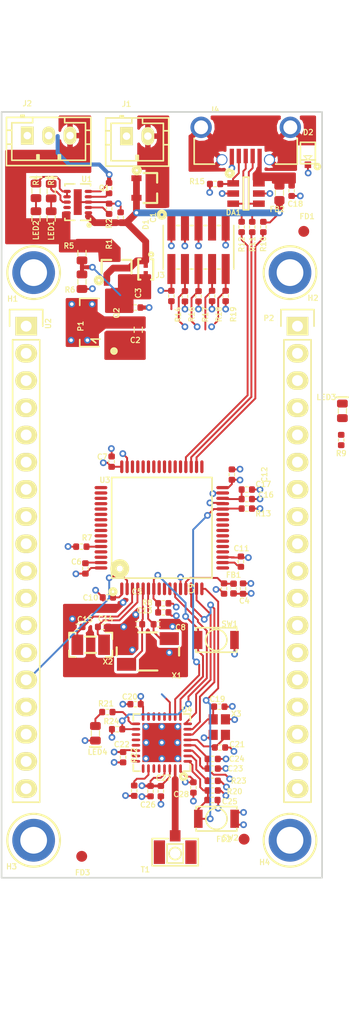
<source format=kicad_pcb>
(kicad_pcb (version 20160815) (host pcbnew "(2016-09-14 revision 83ed3c9)-makepkg")
  (layers (0 F.Cu signal) (1 In1.Cu power hide) (2 In2.Cu power hide) (31 B.Cu signal) (34 B.Paste user) (35 F.Paste user) (36 B.SilkS user) (37 F.SilkS user) (38 B.Mask user) (39 F.Mask user) (44 Edge.Cuts user))
  (net 0 "")
  (net 1 GND)
  (net 2 "Net-(C2-Pad1)")
  (net 3 +3V3)
  (net 4 "Net-(C5-Pad1)")
  (net 5 "Net-(C8-Pad1)")
  (net 6 "Net-(C9-Pad1)")
  (net 7 /MCU_STM32F446RET6/ESP_ST_RST)
  (net 8 "Net-(C14-Pad1)")
  (net 9 "Net-(C15-Pad1)")
  (net 10 "Net-(C16-Pad1)")
  (net 11 "Net-(C18-Pad2)")
  (net 12 "Net-(C19-Pad1)")
  (net 13 "Net-(C21-Pad1)")
  (net 14 "Net-(D2-Pad1)")
  (net 15 "Net-(DA1-Pad4)")
  (net 16 "Net-(DA1-Pad1)")
  (net 17 "Net-(DA1-Pad3)")
  (net 18 /MCU_STM32F446RET6/VBUS)
  (net 19 "Net-(J1-Pad2)")
  (net 20 /Power/BAT)
  (net 21 /Power/THERM)
  (net 22 /MCU_STM32F446RET6/SWDIO_TMS)
  (net 23 /MCU_STM32F446RET6/SWCLK_TCK)
  (net 24 /MCU_STM32F446RET6/SWO_TDO)
  (net 25 "Net-(J3-Pad7)")
  (net 26 /MCU_STM32F446RET6/SWO_TDI)
  (net 27 /MCU_STM32F446RET6/NJTRST)
  (net 28 "Net-(LED1-Pad2)")
  (net 29 "Net-(LED1-Pad1)")
  (net 30 "Net-(LED2-Pad1)")
  (net 31 "Net-(LED2-Pad2)")
  (net 32 "Net-(LED3-Pad1)")
  (net 33 "Net-(LED4-Pad1)")
  (net 34 "Net-(R1-Pad1)")
  (net 35 "Net-(R2-Pad1)")
  (net 36 /MCU_STM32F446RET6/ESPTOST_BOOT0)
  (net 37 /MCU_STM32F446RET6/HEARTBEAT)
  (net 38 "Net-(R10-Pad1)")
  (net 39 "Net-(R11-Pad1)")
  (net 40 "Net-(R12-Pad1)")
  (net 41 /MCU_STM32F446RET6/ESPTOST_BOOT1)
  (net 42 "Net-(R22-Pad1)")
  (net 43 "Net-(U1-Pad9)")
  (net 44 /MCU_STM32F446RET6/ESP_PGM_MODE)
  (net 45 /MCU_STM32F446RET6/STM_ESP_RST)
  (net 46 /MCU_STM32F446RET6/ESP_URX)
  (net 47 /MCU_STM32F446RET6/ESP_UTX)
  (net 48 /MCU_STM32F446RET6/BAT_VOLT)
  (net 49 "Net-(U4-Pad5)")
  (net 50 "Net-(U4-Pad6)")
  (net 51 "Net-(U4-Pad8)")
  (net 52 "Net-(U4-Pad9)")
  (net 53 "Net-(U4-Pad10)")
  (net 54 "Net-(U4-Pad12)")
  (net 55 "Net-(U4-Pad13)")
  (net 56 "Net-(U4-Pad14)")
  (net 57 "Net-(U4-Pad18)")
  (net 58 "Net-(U4-Pad19)")
  (net 59 "Net-(U4-Pad20)")
  (net 60 "Net-(R23-Pad2)")
  (net 61 "Net-(U4-Pad21)")
  (net 62 "Net-(R21-Pad2)")
  (net 63 "Net-(H3-Pad1)")
  (net 64 "Net-(H1-Pad1)")
  (net 65 "Net-(H4-Pad1)")
  (net 66 "Net-(H2-Pad1)")
  (net 67 "Net-(FD3-Pad1)")
  (net 68 "Net-(FD2-Pad1)")
  (net 69 "Net-(FD1-Pad1)")
  (net 70 /MCU_STM32F446RET6/PB9)
  (net 71 /MCU_STM32F446RET6/PB8)
  (net 72 /MCU_STM32F446RET6/PB7)
  (net 73 /MCU_STM32F446RET6/PB6)
  (net 74 /MCU_STM32F446RET6/PB5)
  (net 75 /MCU_STM32F446RET6/PC12)
  (net 76 /MCU_STM32F446RET6/PC11)
  (net 77 /MCU_STM32F446RET6/PC10)
  (net 78 /MCU_STM32F446RET6/PA4)
  (net 79 /MCU_STM32F446RET6/PA5)
  (net 80 /MCU_STM32F446RET6/PA6)
  (net 81 /MCU_STM32F446RET6/PA7)
  (net 82 /MCU_STM32F446RET6/PC4)
  (net 83 /MCU_STM32F446RET6/PC5)
  (net 84 /MCU_STM32F446RET6/PA8)
  (net 85 /MCU_STM32F446RET6/PA9)
  (net 86 /MCU_STM32F446RET6/PA10)
  (net 87 /MCU_STM32F446RET6/PA11)
  (net 88 /MCU_STM32F446RET6/PA12)
  (net 89 /MCU_STM32F446RET6/PC8)
  (net 90 /MCU_STM32F446RET6/PC9)
  (net 91 /MCU_STM32F446RET6/PC6)
  (net 92 /MCU_STM32F446RET6/PC7)
  (net 93 /MCU_STM32F446RET6/PB10)
  (net 94 /MCU_STM32F446RET6/PC0)
  (net 95 /MCU_STM32F446RET6/PC1)
  (net 96 /MCU_STM32F446RET6/PC13)
  (net 97 /MCU_STM32F446RET6/PB0)
  (net 98 /MCU_STM32F446RET6/PB1)
  (net 99 "Net-(R7-Pad1)")
  (net 100 /WiFi-ESP8285/ANTENNA)
  (net 101 /MCU_STM32F446RET6/PA3)
  (module PCB_Footprints:R0402 (layer F.Cu) (at 64.3124 87.6314)
    (fp_text reference R24 (at -0.533 -0.7366) (layer F.SilkS) (effects (font (size 0.5 0.5) (thickness 0.1))))
    (fp_text value RC1005F103CS)
    (pad 2 smd roundrect (at 0.483 0) (size 0.559 0.61) (layers F.Cu F.Paste F.Mask) (net 44 /MCU_STM32F446RET6/ESP_PGM_MODE))
    (pad 1 smd roundrect (at -0.483 0) (size 0.559 0.61) (layers F.Cu F.Paste F.Mask) (net 3 +3V3))
  )
  (module Socket_Strips:Socket_Strip_Straight_1x18 (layer F.Cu) (at 55.8 50 270)
    (fp_text reference P1 (at 0 -5.1 270) (layer F.SilkS) (effects (font (size 0.5 0.5) (thickness 0.1))))
    (fp_text value CONN_01X18)
    (pad 18 thru_hole oval (at 43.18 0 270) (size 1.7272 2.032) (drill 1.016) (layers *.Cu *.Mask F.SilkS) (net 1 GND))
    (pad 17 thru_hole oval (at 40.64 0 270) (size 1.7272 2.032) (drill 1.016) (layers *.Cu *.Mask F.SilkS) (net 90 /MCU_STM32F446RET6/PC9))
    (pad 16 thru_hole oval (at 38.1 0 270) (size 1.7272 2.032) (drill 1.016) (layers *.Cu *.Mask F.SilkS) (net 95 /MCU_STM32F446RET6/PC1))
    (pad 15 thru_hole oval (at 35.56 0 270) (size 1.7272 2.032) (drill 1.016) (layers *.Cu *.Mask F.SilkS) (net 94 /MCU_STM32F446RET6/PC0))
    (pad 14 thru_hole oval (at 33.02 0 270) (size 1.7272 2.032) (drill 1.016) (layers *.Cu *.Mask F.SilkS) (net 96 /MCU_STM32F446RET6/PC13))
    (pad 13 thru_hole oval (at 30.48 0 270) (size 1.7272 2.032) (drill 1.016) (layers *.Cu *.Mask F.SilkS) (net 70 /MCU_STM32F446RET6/PB9))
    (pad 12 thru_hole oval (at 27.94 0 270) (size 1.7272 2.032) (drill 1.016) (layers *.Cu *.Mask F.SilkS) (net 71 /MCU_STM32F446RET6/PB8))
    (pad 11 thru_hole oval (at 25.4 0 270) (size 1.7272 2.032) (drill 1.016) (layers *.Cu *.Mask F.SilkS) (net 72 /MCU_STM32F446RET6/PB7))
    (pad 10 thru_hole oval (at 22.86 0 270) (size 1.7272 2.032) (drill 1.016) (layers *.Cu *.Mask F.SilkS) (net 73 /MCU_STM32F446RET6/PB6))
    (pad 9 thru_hole oval (at 20.32 0 270) (size 1.7272 2.032) (drill 1.016) (layers *.Cu *.Mask F.SilkS) (net 74 /MCU_STM32F446RET6/PB5))
    (pad 8 thru_hole oval (at 17.78 0 270) (size 1.7272 2.032) (drill 1.016) (layers *.Cu *.Mask F.SilkS) (net 75 /MCU_STM32F446RET6/PC12))
    (pad 7 thru_hole oval (at 15.24 0 270) (size 1.7272 2.032) (drill 1.016) (layers *.Cu *.Mask F.SilkS) (net 76 /MCU_STM32F446RET6/PC11))
    (pad 6 thru_hole oval (at 12.7 0 270) (size 1.7272 2.032) (drill 1.016) (layers *.Cu *.Mask F.SilkS) (net 77 /MCU_STM32F446RET6/PC10))
    (pad 5 thru_hole oval (at 10.16 0 270) (size 1.7272 2.032) (drill 1.016) (layers *.Cu *.Mask F.SilkS) (net 88 /MCU_STM32F446RET6/PA12))
    (pad 4 thru_hole oval (at 7.62 0 270) (size 1.7272 2.032) (drill 1.016) (layers *.Cu *.Mask F.SilkS) (net 87 /MCU_STM32F446RET6/PA11))
    (pad 3 thru_hole oval (at 5.08 0 270) (size 1.7272 2.032) (drill 1.016) (layers *.Cu *.Mask F.SilkS) (net 86 /MCU_STM32F446RET6/PA10))
    (pad 2 thru_hole oval (at 2.54 0 270) (size 1.7272 2.032) (drill 1.016) (layers *.Cu *.Mask F.SilkS) (net 3 +3V3))
    (pad 1 thru_hole rect (at 0 0 270) (size 1.7272 2.032) (drill 1.016) (layers *.Cu *.Mask F.SilkS) (net 1 GND))
  )
  (module Socket_Strips:Socket_Strip_Straight_1x18 (layer F.Cu) (at 81.2 50 270)
    (fp_text reference P2 (at -0.75 2.68) (layer F.SilkS) (effects (font (size 0.5 0.5) (thickness 0.1))))
    (fp_text value CONN_01X18)
    (pad 1 thru_hole rect (at 0 0 270) (size 1.7272 2.032) (drill 1.016) (layers *.Cu *.Mask F.SilkS) (net 1 GND))
    (pad 2 thru_hole oval (at 2.54 0 270) (size 1.7272 2.032) (drill 1.016) (layers *.Cu *.Mask F.SilkS) (net 3 +3V3))
    (pad 3 thru_hole oval (at 5.08 0 270) (size 1.7272 2.032) (drill 1.016) (layers *.Cu *.Mask F.SilkS) (net 85 /MCU_STM32F446RET6/PA9))
    (pad 4 thru_hole oval (at 7.62 0 270) (size 1.7272 2.032) (drill 1.016) (layers *.Cu *.Mask F.SilkS) (net 84 /MCU_STM32F446RET6/PA8))
    (pad 5 thru_hole oval (at 10.16 0 270) (size 1.7272 2.032) (drill 1.016) (layers *.Cu *.Mask F.SilkS) (net 89 /MCU_STM32F446RET6/PC8))
    (pad 6 thru_hole oval (at 12.7 0 270) (size 1.7272 2.032) (drill 1.016) (layers *.Cu *.Mask F.SilkS) (net 92 /MCU_STM32F446RET6/PC7))
    (pad 7 thru_hole oval (at 15.24 0 270) (size 1.7272 2.032) (drill 1.016) (layers *.Cu *.Mask F.SilkS) (net 91 /MCU_STM32F446RET6/PC6))
    (pad 8 thru_hole oval (at 17.78 0 270) (size 1.7272 2.032) (drill 1.016) (layers *.Cu *.Mask F.SilkS) (net 93 /MCU_STM32F446RET6/PB10))
    (pad 9 thru_hole oval (at 20.32 0 270) (size 1.7272 2.032) (drill 1.016) (layers *.Cu *.Mask F.SilkS) (net 98 /MCU_STM32F446RET6/PB1))
    (pad 10 thru_hole oval (at 22.86 0 270) (size 1.7272 2.032) (drill 1.016) (layers *.Cu *.Mask F.SilkS) (net 97 /MCU_STM32F446RET6/PB0))
    (pad 11 thru_hole oval (at 25.4 0 270) (size 1.7272 2.032) (drill 1.016) (layers *.Cu *.Mask F.SilkS) (net 83 /MCU_STM32F446RET6/PC5))
    (pad 12 thru_hole oval (at 27.94 0 270) (size 1.7272 2.032) (drill 1.016) (layers *.Cu *.Mask F.SilkS) (net 82 /MCU_STM32F446RET6/PC4))
    (pad 13 thru_hole oval (at 30.48 0 270) (size 1.7272 2.032) (drill 1.016) (layers *.Cu *.Mask F.SilkS) (net 81 /MCU_STM32F446RET6/PA7))
    (pad 14 thru_hole oval (at 33.02 0 270) (size 1.7272 2.032) (drill 1.016) (layers *.Cu *.Mask F.SilkS) (net 80 /MCU_STM32F446RET6/PA6))
    (pad 15 thru_hole oval (at 35.56 0 270) (size 1.7272 2.032) (drill 1.016) (layers *.Cu *.Mask F.SilkS) (net 79 /MCU_STM32F446RET6/PA5))
    (pad 16 thru_hole oval (at 38.1 0 270) (size 1.7272 2.032) (drill 1.016) (layers *.Cu *.Mask F.SilkS) (net 78 /MCU_STM32F446RET6/PA4))
    (pad 17 thru_hole oval (at 40.64 0 270) (size 1.7272 2.032) (drill 1.016) (layers *.Cu *.Mask F.SilkS) (net 101 /MCU_STM32F446RET6/PA3))
    (pad 18 thru_hole oval (at 43.18 0 270) (size 1.7272 2.032) (drill 1.016) (layers *.Cu *.Mask F.SilkS) (net 1 GND))
  )
  (module PCB_Footprints:BQ24210 (layer F.Cu) (at 60.551343 38.404307 180)
    (fp_text reference U1 (at -0.916657 2.133107 180) (layer F.SilkS) (effects (font (size 0.5 0.5) (thickness 0.1))))
    (fp_text value BQ24210DQCT)
    (pad 5 smd oval (at -1.075157 0.986807 90) (size 0.3 0.7) (layers F.Cu F.Paste F.Mask) (net 21 /Power/THERM))
    (pad 4 smd oval (at -1.075157 0.486807 90) (size 0.3 0.7) (layers F.Cu F.Paste F.Mask) (net 35 "Net-(R2-Pad1)"))
    (pad 3 smd oval (at -1.075157 -0.013193 90) (size 0.3 0.7) (layers F.Cu F.Paste F.Mask) (net 1 GND))
    (pad 2 smd oval (at -1.075157 -0.513193 90) (size 0.3 0.7) (layers F.Cu F.Paste F.Mask) (net 34 "Net-(R1-Pad1)"))
    (pad 1 smd oval (at -1.075157 -1.013193 90) (size 0.3 0.7) (layers F.Cu F.Paste F.Mask) (net 18 /MCU_STM32F446RET6/VBUS))
    (pad 11 smd rect (at -0.075157 -0.013193 90) (size 2.4 0.75) (layers F.Cu F.Paste F.Mask) (net 1 GND))
    (pad 6 smd oval (at 0.924843 0.986807 90) (size 0.3 0.7) (layers F.Cu F.Paste F.Mask) (net 31 "Net-(LED2-Pad2)"))
    (pad 7 smd oval (at 0.924843 0.486807 90) (size 0.3 0.7) (layers F.Cu F.Paste F.Mask) (net 31 "Net-(LED2-Pad2)"))
    (pad 8 smd oval (at 0.924843 -0.013193 90) (size 0.3 0.7) (layers F.Cu F.Paste F.Mask) (net 28 "Net-(LED1-Pad2)"))
    (pad 9 smd oval (at 0.924843 -0.513193 90) (size 0.3 0.7) (layers F.Cu F.Paste F.Mask) (net 43 "Net-(U1-Pad9)"))
    (pad 10 smd oval (at 0.924843 -1.013193 90) (size 0.3 0.7) (layers F.Cu F.Paste F.Mask) (net 20 /Power/BAT))
  )
  (module PCB_Footprints:BAT20JFILM (layer F.Cu) (at 66.9925 44.704 270)
    (fp_text reference D1 (at -4.191 0 270) (layer F.SilkS) (effects (font (size 0.5 0.5) (thickness 0.1))))
    (fp_text value BAT20JFILM)
    (pad 1 smd rect (at -0.8 0 270) (size 1.3 0.4) (layers F.Cu F.Paste F.Mask) (net 18 /MCU_STM32F446RET6/VBUS))
    (pad 2 smd rect (at 0.8 0 270) (size 1.3 0.4) (layers F.Cu F.Paste F.Mask) (net 2 "Net-(C2-Pad1)"))
  )
  (module PCB_Footprints:DMG2307L-7 (layer F.Cu) (at 67.3 37.1)
    (fp_text reference Q1 (at -4.191 0) (layer F.SilkS) (effects (font (size 0.5 0.5) (thickness 0.1))))
    (fp_text value DMG2307L-7)
    (pad 2 smd rect (at -1.175 0.915) (size 0.95 0.55) (layers F.Cu F.Paste F.Mask) (net 18 /MCU_STM32F446RET6/VBUS))
    (pad 1 smd rect (at -1.175 -0.915) (size 0.95 0.55) (layers F.Cu F.Paste F.Mask) (net 18 /MCU_STM32F446RET6/VBUS))
    (pad 3 smd rect (at 1.175 0) (size 0.95 0.55) (layers F.Cu F.Paste F.Mask) (net 19 "Net-(J1-Pad2)"))
  )
  (module PCB_Footprints:DMG2307L-7 (layer F.Cu) (at 64.262 44.577 90)
    (fp_text reference Q2 (at -4.191 0 90) (layer F.SilkS) (effects (font (size 0.5 0.5) (thickness 0.1))))
    (fp_text value DMG2307L-7)
    (pad 2 smd rect (at -1.175 0.915 90) (size 0.95 0.55) (layers F.Cu F.Paste F.Mask) (net 2 "Net-(C2-Pad1)"))
    (pad 1 smd rect (at -1.175 -0.915 90) (size 0.95 0.55) (layers F.Cu F.Paste F.Mask) (net 18 /MCU_STM32F446RET6/VBUS))
    (pad 3 smd rect (at 1.175 0 90) (size 0.95 0.55) (layers F.Cu F.Paste F.Mask) (net 20 /Power/BAT))
  )
  (module PCB_Footprints:ABS07-32.768KHZ-9-T (layer F.Cu) (at 61.841 79.748 180)
    (fp_text reference X2 (at -1.609 -1.579 180) (layer F.SilkS) (effects (font (size 0.5 0.5) (thickness 0.1))))
    (fp_text value ABS07-32.768KHZ-9-T)
    (pad 1 smd rect (at -1.25 0 180) (size 1.1 1.9) (layers F.Cu F.Paste F.Mask) (net 8 "Net-(C14-Pad1)"))
    (pad 2 smd rect (at 1.25 0 180) (size 1.1 1.9) (layers F.Cu F.Paste F.Mask) (net 9 "Net-(C15-Pad1)"))
  )
  (module PCB_Footprints:RSB39VTE-17 (layer F.Cu) (at 82.1746 33.8296 90)
    (fp_text reference D2 (at 1.9296 0.0256 180) (layer F.SilkS) (effects (font (size 0.5 0.5) (thickness 0.1))))
    (fp_text value RSB39VTE-17)
    (pad 2 smd rect (at -1.1 0 180) (size 0.61 0.61) (layers F.Cu F.Paste F.Mask) (net 1 GND))
    (pad 1 smd rect (at 1.1 0 180) (size 0.61 0.61) (layers F.Cu F.Paste F.Mask) (net 14 "Net-(D2-Pad1)"))
  )
  (module PCB_Footprints:ESDA6V1BC6 (layer F.Cu) (at 76.3834 37.6142)
    (fp_text reference DA1 (at -1.1832 1.77) (layer F.SilkS) (effects (font (size 0.5 0.5) (thickness 0.1))))
    (fp_text value ESDA6V1BC6)
    (pad 3 smd rect (at -1.2 0.95) (size 1.1 0.6) (layers F.Cu F.Paste F.Mask) (net 17 "Net-(DA1-Pad3)"))
    (pad 2 smd rect (at -1.2 0) (size 1.1 0.6) (layers F.Cu F.Paste F.Mask) (net 1 GND))
    (pad 1 smd rect (at -1.2 -0.95) (size 1.1 0.6) (layers F.Cu F.Paste F.Mask) (net 16 "Net-(DA1-Pad1)"))
    (pad 6 smd rect (at 1.2 -0.95) (size 1.1 0.6) (layers F.Cu F.Paste F.Mask) (net 11 "Net-(C18-Pad2)"))
    (pad 5 smd rect (at 1.2 0) (size 1.1 0.6) (layers F.Cu F.Paste F.Mask) (net 1 GND))
    (pad 4 smd rect (at 1.2 0.95) (size 1.1 0.6) (layers F.Cu F.Paste F.Mask) (net 15 "Net-(DA1-Pad4)"))
  )
  (module PCB_Footprints:ABM3B8.000MHZB2T (layer F.Cu) (at 67.195 80.371)
    (fp_text reference X1 (at 2.705 2.256) (layer F.SilkS) (effects (font (size 0.5 0.5) (thickness 0.1))))
    (fp_text value ABM3B8.000MHZB2T)
    (pad 1 smd rect (at -2 1.2) (size 1.8 1.2) (layers F.Cu F.Paste F.Mask) (net 4 "Net-(C5-Pad1)"))
    (pad 3 smd rect (at 2 -1.2) (size 1.8 1.2) (layers F.Cu F.Paste F.Mask) (net 5 "Net-(C8-Pad1)"))
    (pad 2 smd rect (at 2 1.2) (size 1.8 1.2) (layers F.Cu F.Paste F.Mask) (net 1 GND))
    (pad 4 smd rect (at -2 -1.2) (size 1.8 1.2) (layers F.Cu F.Paste F.Mask) (net 1 GND))
  )
  (module PCB_Footprints:FIDUCIAL (layer F.Cu) (at 81.788 41.148)
    (fp_text reference FD1 (at 0.312 -1.398) (layer F.SilkS) (effects (font (size 0.5 0.5) (thickness 0.1))))
    (fp_text value FIDUCIAL)
    (pad 1 smd circle (at 0 0) (size 1.016 1.016) (layers F.Cu F.Mask) (net 69 "Net-(FD1-Pad1)"))
  )
  (module PCB_Footprints:FIDUCIAL (layer F.Cu) (at 76.2 97.9)
    (fp_text reference FD2 (at -1.9 0) (layer F.SilkS) (effects (font (size 0.5 0.5) (thickness 0.1))))
    (fp_text value FIDUCIAL)
    (pad 1 smd circle (at 0 0) (size 1.016 1.016) (layers F.Cu F.Mask) (net 68 "Net-(FD2-Pad1)"))
  )
  (module PCB_Footprints:FIDUCIAL (layer F.Cu) (at 61 99.5)
    (fp_text reference FD3 (at 0.0832 1.5168) (layer F.SilkS) (effects (font (size 0.5 0.5) (thickness 0.1))))
    (fp_text value FIDUCIAL)
    (pad 1 smd circle (at 0 0) (size 1.016 1.016) (layers F.Cu F.Mask) (net 67 "Net-(FD3-Pad1)"))
  )
  (module PCB_Footprints:M2.5_HOLE (layer F.Cu) (at 80.5 45)
    (fp_text reference H2 (at 2.1516 2.371) (layer F.SilkS) (effects (font (size 0.5 0.5) (thickness 0.1))))
    (fp_text value M2.5_Hole)
    (pad 1 thru_hole circle (at 0 0) (size 4 4) (drill 2.5) (layers *.Cu *.Mask) (net 66 "Net-(H2-Pad1)"))
  )
  (module PCB_Footprints:M2.5_HOLE (layer F.Cu) (at 80.5 98)
    (fp_text reference H4 (at -2.3776 2.0544) (layer F.SilkS) (effects (font (size 0.5 0.5) (thickness 0.1))))
    (fp_text value M2.5_Hole)
    (pad 1 thru_hole circle (at 0 0) (size 4 4) (drill 2.5) (layers *.Cu *.Mask) (net 65 "Net-(H4-Pad1)"))
  )
  (module PCB_Footprints:M2.5_HOLE (layer F.Cu) (at 56.5 45)
    (fp_text reference H1 (at -1.9712 2.4472) (layer F.SilkS) (effects (font (size 0.5 0.5) (thickness 0.1))))
    (fp_text value M2.5_Hole)
    (pad 1 thru_hole circle (at 0 0) (size 4 4) (drill 2.5) (layers *.Cu *.Mask) (net 64 "Net-(H1-Pad1)"))
  )
  (module PCB_Footprints:M2.5_HOLE (layer F.Cu) (at 56.5 98)
    (fp_text reference H3 (at -2.0678 2.457) (layer F.SilkS) (effects (font (size 0.5 0.5) (thickness 0.1))))
    (fp_text value M2.5_Hole)
    (pad 1 thru_hole circle (at 0 0) (size 4 4) (drill 2.5) (layers *.Cu *.Mask) (net 63 "Net-(H3-Pad1)"))
  )
  (module PCB_Footprints:STM32F446RET6 (layer F.Cu) (at 68.5 68.825 90)
    (fp_text reference U3 (at 4.46 -5.3302 180) (layer F.SilkS) (effects (font (size 0.5 0.5) (thickness 0.1))))
    (fp_text value STM32F446RET6_-_TQFP64)
    (pad 1 smd oval (at -5.7 -3.75 180) (size 0.3 1.2) (layers F.Cu F.Paste F.Mask) (net 3 +3V3))
    (pad 2 smd oval (at -5.7 -3.25 180) (size 0.3 1.2) (layers F.Cu F.Paste F.Mask) (net 96 /MCU_STM32F446RET6/PC13))
    (pad 3 smd oval (at -5.7 -2.75 180) (size 0.3 1.2) (layers F.Cu F.Paste F.Mask) (net 9 "Net-(C15-Pad1)"))
    (pad 4 smd oval (at -5.7 -2.25 180) (size 0.3 1.2) (layers F.Cu F.Paste F.Mask) (net 8 "Net-(C14-Pad1)"))
    (pad 5 smd oval (at -5.7 -1.75 180) (size 0.3 1.2) (layers F.Cu F.Paste F.Mask) (net 4 "Net-(C5-Pad1)"))
    (pad 6 smd oval (at -5.7 -1.25 180) (size 0.3 1.2) (layers F.Cu F.Paste F.Mask) (net 5 "Net-(C8-Pad1)"))
    (pad 7 smd oval (at -5.7 -0.75 180) (size 0.3 1.2) (layers F.Cu F.Paste F.Mask) (net 7 /MCU_STM32F446RET6/ESP_ST_RST))
    (pad 8 smd oval (at -5.7 -0.25 180) (size 0.3 1.2) (layers F.Cu F.Paste F.Mask) (net 94 /MCU_STM32F446RET6/PC0))
    (pad 9 smd oval (at -5.7 0.25 180) (size 0.3 1.2) (layers F.Cu F.Paste F.Mask) (net 95 /MCU_STM32F446RET6/PC1))
    (pad 10 smd oval (at -5.7 0.75 180) (size 0.3 1.2) (layers F.Cu F.Paste F.Mask) (net 48 /MCU_STM32F446RET6/BAT_VOLT))
    (pad 11 smd oval (at -5.7 1.25 180) (size 0.3 1.2) (layers F.Cu F.Paste F.Mask) (net 44 /MCU_STM32F446RET6/ESP_PGM_MODE))
    (pad 12 smd oval (at -5.7 1.75 180) (size 0.3 1.2) (layers F.Cu F.Paste F.Mask) (net 1 GND))
    (pad 13 smd oval (at -5.7 2.25 180) (size 0.3 1.2) (layers F.Cu F.Paste F.Mask) (net 6 "Net-(C9-Pad1)"))
    (pad 14 smd oval (at -5.7 2.75 180) (size 0.3 1.2) (layers F.Cu F.Paste F.Mask) (net 46 /MCU_STM32F446RET6/ESP_URX))
    (pad 15 smd oval (at -5.7 3.25 180) (size 0.3 1.2) (layers F.Cu F.Paste F.Mask) (net 47 /MCU_STM32F446RET6/ESP_UTX))
    (pad 16 smd oval (at -5.7 3.75 180) (size 0.3 1.2) (layers F.Cu F.Paste F.Mask) (net 45 /MCU_STM32F446RET6/STM_ESP_RST))
    (pad 17 smd oval (at -3.75 5.7 90) (size 0.3 1.2) (layers F.Cu F.Paste F.Mask) (net 101 /MCU_STM32F446RET6/PA3))
    (pad 18 smd oval (at -3.25 5.7 90) (size 0.3 1.2) (layers F.Cu F.Paste F.Mask) (net 1 GND))
    (pad 19 smd oval (at -2.75 5.7 90) (size 0.3 1.2) (layers F.Cu F.Paste F.Mask) (net 3 +3V3))
    (pad 20 smd oval (at -2.25 5.7 90) (size 0.3 1.2) (layers F.Cu F.Paste F.Mask) (net 78 /MCU_STM32F446RET6/PA4))
    (pad 21 smd oval (at -1.75 5.7 90) (size 0.3 1.2) (layers F.Cu F.Paste F.Mask) (net 79 /MCU_STM32F446RET6/PA5))
    (pad 22 smd oval (at -1.25 5.7 90) (size 0.3 1.2) (layers F.Cu F.Paste F.Mask) (net 80 /MCU_STM32F446RET6/PA6))
    (pad 23 smd oval (at -0.75 5.7 90) (size 0.3 1.2) (layers F.Cu F.Paste F.Mask) (net 81 /MCU_STM32F446RET6/PA7))
    (pad 24 smd oval (at -0.25 5.7 90) (size 0.3 1.2) (layers F.Cu F.Paste F.Mask) (net 82 /MCU_STM32F446RET6/PC4))
    (pad 25 smd oval (at 0.25 5.7 90) (size 0.3 1.2) (layers F.Cu F.Paste F.Mask) (net 83 /MCU_STM32F446RET6/PC5))
    (pad 26 smd oval (at 0.75 5.7 90) (size 0.3 1.2) (layers F.Cu F.Paste F.Mask) (net 97 /MCU_STM32F446RET6/PB0))
    (pad 27 smd oval (at 1.25 5.7 90) (size 0.3 1.2) (layers F.Cu F.Paste F.Mask) (net 98 /MCU_STM32F446RET6/PB1))
    (pad 28 smd oval (at 1.75 5.7 90) (size 0.3 1.2) (layers F.Cu F.Paste F.Mask) (net 41 /MCU_STM32F446RET6/ESPTOST_BOOT1))
    (pad 29 smd oval (at 2.25 5.7 90) (size 0.3 1.2) (layers F.Cu F.Paste F.Mask) (net 93 /MCU_STM32F446RET6/PB10))
    (pad 30 smd oval (at 2.75 5.7 90) (size 0.3 1.2) (layers F.Cu F.Paste F.Mask) (net 10 "Net-(C16-Pad1)"))
    (pad 31 smd oval (at 3.25 5.7 90) (size 0.3 1.2) (layers F.Cu F.Paste F.Mask) (net 1 GND))
    (pad 32 smd oval (at 3.75 5.7 90) (size 0.3 1.2) (layers F.Cu F.Paste F.Mask) (net 3 +3V3))
    (pad 33 smd oval (at 5.7 3.75 180) (size 0.3 1.2) (layers F.Cu F.Paste F.Mask) (net 37 /MCU_STM32F446RET6/HEARTBEAT))
    (pad 34 smd oval (at 5.7 3.25 180) (size 0.3 1.2) (layers F.Cu F.Paste F.Mask) (net 38 "Net-(R10-Pad1)"))
    (pad 35 smd oval (at 5.7 2.75 180) (size 0.3 1.2) (layers F.Cu F.Paste F.Mask) (net 39 "Net-(R11-Pad1)"))
    (pad 36 smd oval (at 5.7 2.25 180) (size 0.3 1.2) (layers F.Cu F.Paste F.Mask) (net 40 "Net-(R12-Pad1)"))
    (pad 37 smd oval (at 5.7 1.75 180) (size 0.3 1.2) (layers F.Cu F.Paste F.Mask) (net 91 /MCU_STM32F446RET6/PC6))
    (pad 38 smd oval (at 5.7 1.25 180) (size 0.3 1.2) (layers F.Cu F.Paste F.Mask) (net 92 /MCU_STM32F446RET6/PC7))
    (pad 39 smd oval (at 5.7 0.75 180) (size 0.3 1.2) (layers F.Cu F.Paste F.Mask) (net 89 /MCU_STM32F446RET6/PC8))
    (pad 40 smd oval (at 5.7 0.25 180) (size 0.3 1.2) (layers F.Cu F.Paste F.Mask) (net 90 /MCU_STM32F446RET6/PC9))
    (pad 41 smd oval (at 5.7 -0.25 180) (size 0.3 1.2) (layers F.Cu F.Paste F.Mask) (net 84 /MCU_STM32F446RET6/PA8))
    (pad 42 smd oval (at 5.7 -0.75 180) (size 0.3 1.2) (layers F.Cu F.Paste F.Mask) (net 85 /MCU_STM32F446RET6/PA9))
    (pad 43 smd oval (at 5.7 -1.25 180) (size 0.3 1.2) (layers F.Cu F.Paste F.Mask) (net 86 /MCU_STM32F446RET6/PA10))
    (pad 44 smd oval (at 5.7 -1.75 180) (size 0.3 1.2) (layers F.Cu F.Paste F.Mask) (net 87 /MCU_STM32F446RET6/PA11))
    (pad 45 smd oval (at 5.7 -2.25 180) (size 0.3 1.2) (layers F.Cu F.Paste F.Mask) (net 88 /MCU_STM32F446RET6/PA12))
    (pad 46 smd oval (at 5.7 -2.75 180) (size 0.3 1.2) (layers F.Cu F.Paste F.Mask) (net 22 /MCU_STM32F446RET6/SWDIO_TMS))
    (pad 47 smd oval (at 5.7 -3.25 180) (size 0.3 1.2) (layers F.Cu F.Paste F.Mask) (net 1 GND))
    (pad 48 smd oval (at 5.7 -3.75 180) (size 0.3 1.2) (layers F.Cu F.Paste F.Mask) (net 3 +3V3))
    (pad 49 smd oval (at 3.75 -5.7 90) (size 0.3 1.2) (layers F.Cu F.Paste F.Mask) (net 23 /MCU_STM32F446RET6/SWCLK_TCK))
    (pad 50 smd oval (at 3.25 -5.7 90) (size 0.3 1.2) (layers F.Cu F.Paste F.Mask) (net 26 /MCU_STM32F446RET6/SWO_TDI))
    (pad 51 smd oval (at 2.75 -5.7 90) (size 0.3 1.2) (layers F.Cu F.Paste F.Mask) (net 77 /MCU_STM32F446RET6/PC10))
    (pad 52 smd oval (at 2.25 -5.7 90) (size 0.3 1.2) (layers F.Cu F.Paste F.Mask) (net 76 /MCU_STM32F446RET6/PC11))
    (pad 53 smd oval (at 1.75 -5.7 90) (size 0.3 1.2) (layers F.Cu F.Paste F.Mask) (net 75 /MCU_STM32F446RET6/PC12))
    (pad 54 smd oval (at 1.25 -5.7 90) (size 0.3 1.2) (layers F.Cu F.Paste F.Mask) (net 36 /MCU_STM32F446RET6/ESPTOST_BOOT0))
    (pad 55 smd oval (at 0.75 -5.7 90) (size 0.3 1.2) (layers F.Cu F.Paste F.Mask) (net 24 /MCU_STM32F446RET6/SWO_TDO))
    (pad 56 smd oval (at 0.25 -5.7 90) (size 0.3 1.2) (layers F.Cu F.Paste F.Mask) (net 27 /MCU_STM32F446RET6/NJTRST))
    (pad 57 smd oval (at -0.25 -5.7 90) (size 0.3 1.2) (layers F.Cu F.Paste F.Mask) (net 74 /MCU_STM32F446RET6/PB5))
    (pad 58 smd oval (at -0.75 -5.7 90) (size 0.3 1.2) (layers F.Cu F.Paste F.Mask) (net 73 /MCU_STM32F446RET6/PB6))
    (pad 59 smd oval (at -1.25 -5.7 90) (size 0.3 1.2) (layers F.Cu F.Paste F.Mask) (net 72 /MCU_STM32F446RET6/PB7))
    (pad 60 smd oval (at -1.75 -5.7 90) (size 0.3 1.2) (layers F.Cu F.Paste F.Mask) (net 99 "Net-(R7-Pad1)"))
    (pad 61 smd oval (at -2.25 -5.7 90) (size 0.3 1.2) (layers F.Cu F.Paste F.Mask) (net 71 /MCU_STM32F446RET6/PB8))
    (pad 62 smd oval (at -2.75 -5.7 90) (size 0.3 1.2) (layers F.Cu F.Paste F.Mask) (net 70 /MCU_STM32F446RET6/PB9))
    (pad 63 smd oval (at -3.25 -5.7 90) (size 0.3 1.2) (layers F.Cu F.Paste F.Mask) (net 1 GND))
    (pad 64 smd oval (at -3.75 -5.7 90) (size 0.3 1.2) (layers F.Cu F.Paste F.Mask) (net 3 +3V3))
  )
  (module PCB_Footprints:ESP8285 (layer F.Cu) (at 68.5 88.880858 90)
    (fp_text reference U4 (at 3.080858 2.354778 180) (layer F.SilkS) (effects (font (size 0.5 0.5) (thickness 0.1))))
    (fp_text value ESP8285)
    (pad 32 smd oval (at -1.75 2.425 90) (size 0.25 0.8) (layers F.Cu F.Paste F.Mask) (net 45 /MCU_STM32F446RET6/STM_ESP_RST))
    (pad 31 smd oval (at -1.25 2.425 90) (size 0.25 0.8) (layers F.Cu F.Paste F.Mask) (net 60 "Net-(R23-Pad2)"))
    (pad 30 smd oval (at -0.75 2.425 90) (size 0.25 0.8) (layers F.Cu F.Paste F.Mask) (net 3 +3V3))
    (pad 29 smd oval (at -0.25 2.425 90) (size 0.25 0.8) (layers F.Cu F.Paste F.Mask) (net 3 +3V3))
    (pad 28 smd oval (at 0.25 2.425 90) (size 0.25 0.8) (layers F.Cu F.Paste F.Mask) (net 13 "Net-(C21-Pad1)"))
    (pad 27 smd oval (at 0.75 2.425 90) (size 0.25 0.8) (layers F.Cu F.Paste F.Mask) (net 12 "Net-(C19-Pad1)"))
    (pad 26 smd oval (at 1.25 2.425 90) (size 0.25 0.8) (layers F.Cu F.Paste F.Mask) (net 46 /MCU_STM32F446RET6/ESP_URX))
    (pad 25 smd oval (at 1.75 2.425 90) (size 0.25 0.8) (layers F.Cu F.Paste F.Mask) (net 47 /MCU_STM32F446RET6/ESP_UTX))
    (pad 24 smd oval (at 2.425 1.75 90) (size 0.8 0.25) (layers F.Cu F.Paste F.Mask) (net 7 /MCU_STM32F446RET6/ESP_ST_RST))
    (pad 23 smd oval (at 2.425 1.25 90) (size 0.8 0.25) (layers F.Cu F.Paste F.Mask) (net 41 /MCU_STM32F446RET6/ESPTOST_BOOT1))
    (pad 22 smd oval (at 2.425 0.75 90) (size 0.8 0.25) (layers F.Cu F.Paste F.Mask) (net 36 /MCU_STM32F446RET6/ESPTOST_BOOT0))
    (pad 21 smd oval (at 2.425 0.25 90) (size 0.8 0.25) (layers F.Cu F.Paste F.Mask) (net 61 "Net-(U4-Pad21)"))
    (pad 20 smd oval (at 2.425 -0.25 90) (size 0.8 0.25) (layers F.Cu F.Paste F.Mask) (net 59 "Net-(U4-Pad20)"))
    (pad 19 smd oval (at 2.425 -0.75 90) (size 0.8 0.25) (layers F.Cu F.Paste F.Mask) (net 58 "Net-(U4-Pad19)"))
    (pad 18 smd oval (at 2.425 -1.25 90) (size 0.8 0.25) (layers F.Cu F.Paste F.Mask) (net 57 "Net-(U4-Pad18)"))
    (pad 17 smd oval (at 2.425 -1.75 90) (size 0.8 0.25) (layers F.Cu F.Paste F.Mask) (net 3 +3V3))
    (pad 16 smd oval (at 1.75 -2.425 90) (size 0.25 0.8) (layers F.Cu F.Paste F.Mask) (net 62 "Net-(R21-Pad2)"))
    (pad 15 smd oval (at 1.25 -2.425 90) (size 0.25 0.8) (layers F.Cu F.Paste F.Mask) (net 44 /MCU_STM32F446RET6/ESP_PGM_MODE))
    (pad 14 smd oval (at 0.75 -2.425 90) (size 0.25 0.8) (layers F.Cu F.Paste F.Mask) (net 56 "Net-(U4-Pad14)"))
    (pad 13 smd oval (at 0.25 -2.425 90) (size 0.25 0.8) (layers F.Cu F.Paste F.Mask) (net 55 "Net-(U4-Pad13)"))
    (pad 12 smd oval (at -0.25 -2.425 90) (size 0.25 0.8) (layers F.Cu F.Paste F.Mask) (net 54 "Net-(U4-Pad12)"))
    (pad 11 smd oval (at -0.75 -2.425 90) (size 0.25 0.8) (layers F.Cu F.Paste F.Mask) (net 3 +3V3))
    (pad 10 smd oval (at -1.25 -2.425 90) (size 0.25 0.8) (layers F.Cu F.Paste F.Mask) (net 53 "Net-(U4-Pad10)"))
    (pad 9 smd oval (at -1.75 -2.425 90) (size 0.25 0.8) (layers F.Cu F.Paste F.Mask) (net 52 "Net-(U4-Pad9)"))
    (pad 8 smd oval (at -2.425 -1.75 90) (size 0.8 0.25) (layers F.Cu F.Paste F.Mask) (net 51 "Net-(U4-Pad8)"))
    (pad 7 smd oval (at -2.425 -1.25 90) (size 0.8 0.25) (layers F.Cu F.Paste F.Mask) (net 42 "Net-(R22-Pad1)"))
    (pad 6 smd oval (at -2.425 -0.75 90) (size 0.8 0.25) (layers F.Cu F.Paste F.Mask) (net 50 "Net-(U4-Pad6)"))
    (pad 5 smd oval (at -2.425 -0.25 90) (size 0.8 0.25) (layers F.Cu F.Paste F.Mask) (net 49 "Net-(U4-Pad5)"))
    (pad 4 smd oval (at -2.425 0.25 90) (size 0.8 0.25) (layers F.Cu F.Paste F.Mask) (net 3 +3V3))
    (pad 3 smd oval (at -2.425 0.75 90) (size 0.8 0.25) (layers F.Cu F.Paste F.Mask) (net 3 +3V3))
    (pad 2 smd oval (at -2.425 1.25 90) (size 0.8 0.25) (layers F.Cu F.Paste F.Mask) (net 100 /WiFi-ESP8285/ANTENNA))
    (pad 1 smd oval (at -2.425 1.75 90) (size 0.8 0.25) (layers F.Cu F.Paste F.Mask) (net 3 +3V3))
    (pad 33 smd rect (at 0 0 90) (size 3.65 3.65) (layers F.Cu F.Paste F.Mask) (net 1 GND))
  )
  (module PCB_Footprints:C0402 (layer F.Cu) (at 64.643 39.853 90)
    (fp_text reference C1 (at 0 3.048 90) (layer F.SilkS) (effects (font (size 0.5 0.5) (thickness 0.1))))
    (fp_text value CL05A105KA5NQNC)
    (pad 1 smd roundrect (at -0.483 0 90) (size 0.559 0.61) (layers F.Cu F.Paste F.Mask) (net 18 /MCU_STM32F446RET6/VBUS))
    (pad 2 smd roundrect (at 0.483 0 90) (size 0.559 0.61) (layers F.Cu F.Paste F.Mask) (net 1 GND))
  )
  (module PCB_Footprints:C0402 (layer F.Cu) (at 66.015 48.26)
    (fp_text reference C2 (at 0 3.048) (layer F.SilkS) (effects (font (size 0.5 0.5) (thickness 0.1))))
    (fp_text value CL05A105KA5NQNC)
    (pad 1 smd roundrect (at -0.483 0) (size 0.559 0.61) (layers F.Cu F.Paste F.Mask) (net 2 "Net-(C2-Pad1)"))
    (pad 2 smd roundrect (at 0.483 0) (size 0.559 0.61) (layers F.Cu F.Paste F.Mask) (net 1 GND))
  )
  (module PCB_Footprints:C0603 (layer F.Cu) (at 66.294 50.337 270)
    (fp_text reference C3 (at -3.429 0 270) (layer F.SilkS) (effects (font (size 0.5 0.5) (thickness 0.1))))
    (fp_text value CL10A106KQ8NNNC)
    (pad 1 smd roundrect (at -0.68 0 270) (size 0.74 1) (layers F.Cu F.Paste F.Mask) (net 3 +3V3))
    (pad 2 smd roundrect (at 0.68 0 270) (size 0.74 1) (layers F.Cu F.Paste F.Mask) (net 1 GND))
  )
  (module PCB_Footprints:C0402 (layer F.Cu) (at 76.1016 74.4996 90)
    (fp_text reference C4 (at -1.143 0.127 180) (layer F.SilkS) (effects (font (size 0.5 0.5) (thickness 0.1))))
    (fp_text value CL05B104JP5NNNC)
    (pad 1 smd roundrect (at -0.483 0 90) (size 0.559 0.61) (layers F.Cu F.Paste F.Mask) (net 3 +3V3))
    (pad 2 smd roundrect (at 0.483 0 90) (size 0.559 0.61) (layers F.Cu F.Paste F.Mask) (net 1 GND))
  )
  (module PCB_Footprints:C0402 (layer F.Cu) (at 66.179 77.831 180)
    (fp_text reference C5 (at 0 3.048 180) (layer F.SilkS) (effects (font (size 0.5 0.5) (thickness 0.1))))
    (fp_text value CL05C090CB5NNNC)
    (pad 1 smd roundrect (at -0.483 0 180) (size 0.559 0.61) (layers F.Cu F.Paste F.Mask) (net 4 "Net-(C5-Pad1)"))
    (pad 2 smd roundrect (at 0.483 0 180) (size 0.559 0.61) (layers F.Cu F.Paste F.Mask) (net 1 GND))
  )
  (module PCB_Footprints:C0402 (layer F.Cu) (at 61.345 72.62 90)
    (fp_text reference C6 (at 0.62 -0.845 180) (layer F.SilkS) (effects (font (size 0.5 0.5) (thickness 0.1))))
    (fp_text value CL05B104JP5NNNC)
    (pad 1 smd roundrect (at -0.483 0 90) (size 0.559 0.61) (layers F.Cu F.Paste F.Mask) (net 3 +3V3))
    (pad 2 smd roundrect (at 0.483 0 90) (size 0.559 0.61) (layers F.Cu F.Paste F.Mask) (net 1 GND))
  )
  (module PCB_Footprints:C0402 (layer F.Cu) (at 63.8 62.65 90)
    (fp_text reference C7 (at 0.45 -0.875 180) (layer F.SilkS) (effects (font (size 0.5 0.5) (thickness 0.1))))
    (fp_text value CL05B104JP5NNNC)
    (pad 1 smd roundrect (at -0.483 0 90) (size 0.559 0.61) (layers F.Cu F.Paste F.Mask) (net 3 +3V3))
    (pad 2 smd roundrect (at 0.483 0 90) (size 0.559 0.61) (layers F.Cu F.Paste F.Mask) (net 1 GND))
  )
  (module PCB_Footprints:C0402 (layer F.Cu) (at 68.211 77.831)
    (fp_text reference C8 (at 2.039 0.296) (layer F.SilkS) (effects (font (size 0.5 0.5) (thickness 0.1))))
    (fp_text value CL05C090CB5NNNC)
    (pad 1 smd roundrect (at -0.483 0) (size 0.559 0.61) (layers F.Cu F.Paste F.Mask) (net 5 "Net-(C8-Pad1)"))
    (pad 2 smd roundrect (at 0.483 0) (size 0.559 0.61) (layers F.Cu F.Paste F.Mask) (net 1 GND))
  )
  (module PCB_Footprints:C0402 (layer F.Cu) (at 74.3236 74.4996 270)
    (fp_text reference C9 (at 0 3.048 270) (layer F.SilkS) (effects (font (size 0.5 0.5) (thickness 0.1))))
    (fp_text value CL05B104JP5NNNC)
    (pad 1 smd roundrect (at -0.483 0 270) (size 0.559 0.61) (layers F.Cu F.Paste F.Mask) (net 6 "Net-(C9-Pad1)"))
    (pad 2 smd roundrect (at 0.483 0 270) (size 0.559 0.61) (layers F.Cu F.Paste F.Mask) (net 1 GND))
  )
  (module PCB_Footprints:C0402 (layer F.Cu) (at 63.45 75.327 180)
    (fp_text reference C10 (at 1.625 -0.025 180) (layer F.SilkS) (effects (font (size 0.5 0.5) (thickness 0.1))))
    (fp_text value CL05B104JP5NNNC)
    (pad 1 smd roundrect (at -0.483 0 180) (size 0.559 0.61) (layers F.Cu F.Paste F.Mask) (net 3 +3V3))
    (pad 2 smd roundrect (at 0.483 0 180) (size 0.559 0.61) (layers F.Cu F.Paste F.Mask) (net 1 GND))
  )
  (module PCB_Footprints:C0402 (layer F.Cu) (at 75.9 71.985 270)
    (fp_text reference C11 (at -1.235 -0.054) (layer F.SilkS) (effects (font (size 0.5 0.5) (thickness 0.1))))
    (fp_text value CL05B104JP5NNNC)
    (pad 1 smd roundrect (at -0.483 0 270) (size 0.559 0.61) (layers F.Cu F.Paste F.Mask) (net 3 +3V3))
    (pad 2 smd roundrect (at 0.483 0 270) (size 0.559 0.61) (layers F.Cu F.Paste F.Mask) (net 1 GND))
  )
  (module PCB_Footprints:C0402 (layer F.Cu) (at 75.057 63.857 90)
    (fp_text reference C12 (at 0 3.048 90) (layer F.SilkS) (effects (font (size 0.5 0.5) (thickness 0.1))))
    (fp_text value CL05B104JP5NNNC)
    (pad 1 smd roundrect (at -0.483 0 90) (size 0.559 0.61) (layers F.Cu F.Paste F.Mask) (net 3 +3V3))
    (pad 2 smd roundrect (at 0.483 0 90) (size 0.559 0.61) (layers F.Cu F.Paste F.Mask) (net 1 GND))
  )
  (module PCB_Footprints:C0402 (layer F.Cu) (at 68.638 76.727)
    (fp_text reference C13 (at -1.752 -0.184) (layer F.SilkS) (effects (font (size 0.5 0.5) (thickness 0.1))))
    (fp_text value CL05B104JP5NNNC)
    (pad 1 smd roundrect (at -0.483 0) (size 0.559 0.61) (layers F.Cu F.Paste F.Mask) (net 7 /MCU_STM32F446RET6/ESP_ST_RST))
    (pad 2 smd roundrect (at 0.483 0) (size 0.559 0.61) (layers F.Cu F.Paste F.Mask) (net 1 GND))
  )
  (module PCB_Footprints:C0402 (layer F.Cu) (at 63 78.077)
    (fp_text reference C14 (at 0.246 -0.762) (layer F.SilkS) (effects (font (size 0.5 0.5) (thickness 0.1))))
    (fp_text value CL05C180GB5NCNC)
    (pad 1 smd roundrect (at -0.483 0) (size 0.559 0.61) (layers F.Cu F.Paste F.Mask) (net 8 "Net-(C14-Pad1)"))
    (pad 2 smd roundrect (at 0.483 0) (size 0.559 0.61) (layers F.Cu F.Paste F.Mask) (net 1 GND))
  )
  (module PCB_Footprints:C0402 (layer F.Cu) (at 60.591 78.077 180)
    (fp_text reference C15 (at -0.709 0.7) (layer F.SilkS) (effects (font (size 0.5 0.5) (thickness 0.1))))
    (fp_text value CL05C180GB5NCNC)
    (pad 1 smd roundrect (at -0.483 0 180) (size 0.559 0.61) (layers F.Cu F.Paste F.Mask) (net 9 "Net-(C15-Pad1)"))
    (pad 2 smd roundrect (at 0.483 0 180) (size 0.559 0.61) (layers F.Cu F.Paste F.Mask) (net 1 GND))
  )
  (module PCB_Footprints:C0402 (layer F.Cu) (at 76.454 66.143)
    (fp_text reference C16 (at 1.796 -0.393) (layer F.SilkS) (effects (font (size 0.5 0.5) (thickness 0.1))))
    (fp_text value CL05A475KQ5NRNC)
    (pad 1 smd roundrect (at -0.483 0) (size 0.559 0.61) (layers F.Cu F.Paste F.Mask) (net 10 "Net-(C16-Pad1)"))
    (pad 2 smd roundrect (at 0.483 0) (size 0.559 0.61) (layers F.Cu F.Paste F.Mask) (net 1 GND))
  )
  (module PCB_Footprints:C0402 (layer F.Cu) (at 76.454 65.254)
    (fp_text reference C17 (at 1.546 -0.504) (layer F.SilkS) (effects (font (size 0.5 0.5) (thickness 0.1))))
    (fp_text value CL05B104JP5NNNC)
    (pad 1 smd roundrect (at -0.483 0) (size 0.559 0.61) (layers F.Cu F.Paste F.Mask) (net 10 "Net-(C16-Pad1)"))
    (pad 2 smd roundrect (at 0.483 0) (size 0.559 0.61) (layers F.Cu F.Paste F.Mask) (net 1 GND))
  )
  (module PCB_Footprints:C0402 (layer F.Cu) (at 80.6506 37.3602 90)
    (fp_text reference C18 (at -1.224 0.3496 180) (layer F.SilkS) (effects (font (size 0.5 0.5) (thickness 0.1))))
    (fp_text value CL05B104JP5NNNC)
    (pad 1 smd roundrect (at -0.483 0 90) (size 0.559 0.61) (layers F.Cu F.Paste F.Mask) (net 1 GND))
    (pad 2 smd roundrect (at 0.483 0 90) (size 0.559 0.61) (layers F.Cu F.Paste F.Mask) (net 11 "Net-(C18-Pad2)"))
  )
  (module PCB_Footprints:C0402 (layer F.Cu) (at 73.881947 85.529036)
    (fp_text reference C19 (at -0.181947 -0.710036) (layer F.SilkS) (effects (font (size 0.5 0.5) (thickness 0.1))))
    (fp_text value CL05C090CB5NNNC)
    (pad 1 smd roundrect (at -0.483 0) (size 0.559 0.61) (layers F.Cu F.Paste F.Mask) (net 12 "Net-(C19-Pad1)"))
    (pad 2 smd roundrect (at 0.483 0) (size 0.559 0.61) (layers F.Cu F.Paste F.Mask) (net 1 GND))
  )
  (module PCB_Footprints:C0402 (layer F.Cu) (at 66.041647 85.294394 180)
    (fp_text reference C20 (at 0.541647 0.688536 180) (layer F.SilkS) (effects (font (size 0.5 0.5) (thickness 0.1))))
    (fp_text value CL05B104JP5NNNC)
    (pad 1 smd roundrect (at -0.483 0 180) (size 0.559 0.61) (layers F.Cu F.Paste F.Mask) (net 3 +3V3))
    (pad 2 smd roundrect (at 0.483 0 180) (size 0.559 0.61) (layers F.Cu F.Paste F.Mask) (net 1 GND))
  )
  (module PCB_Footprints:C0402 (layer F.Cu) (at 73.945447 89.339036)
    (fp_text reference C21 (at 1.604553 -0.289036) (layer F.SilkS) (effects (font (size 0.5 0.5) (thickness 0.1))))
    (fp_text value CL05C090CB5NNNC)
    (pad 1 smd roundrect (at -0.483 0) (size 0.559 0.61) (layers F.Cu F.Paste F.Mask) (net 13 "Net-(C21-Pad1)"))
    (pad 2 smd roundrect (at 0.483 0) (size 0.559 0.61) (layers F.Cu F.Paste F.Mask) (net 1 GND))
  )
  (module PCB_Footprints:C0402 (layer F.Cu) (at 64.873647 90.247394 270)
    (fp_text reference C22 (at -1.1938 0.127) (layer F.SilkS) (effects (font (size 0.5 0.5) (thickness 0.1))))
    (fp_text value CL05B104JP5NNNC)
    (pad 1 smd roundrect (at -0.483 0 270) (size 0.559 0.61) (layers F.Cu F.Paste F.Mask) (net 3 +3V3))
    (pad 2 smd roundrect (at 0.483 0 270) (size 0.559 0.61) (layers F.Cu F.Paste F.Mask) (net 1 GND))
  )
  (module PCB_Footprints:C0402 (layer F.Cu) (at 73.259647 91.307536)
    (fp_text reference C23 (at 2.127553 0.003064) (layer F.SilkS) (effects (font (size 0.5 0.5) (thickness 0.1))))
    (fp_text value CL05B104JP5NNNC)
    (pad 1 smd roundrect (at -0.483 0) (size 0.559 0.61) (layers F.Cu F.Paste F.Mask) (net 3 +3V3))
    (pad 2 smd roundrect (at 0.483 0) (size 0.559 0.61) (layers F.Cu F.Paste F.Mask) (net 1 GND))
  )
  (module PCB_Footprints:C0402 (layer F.Cu) (at 73.259647 90.407)
    (fp_text reference C24 (at 2.254553 0) (layer F.SilkS) (effects (font (size 0.5 0.5) (thickness 0.1))))
    (fp_text value CL05B104JP5NNNC)
    (pad 1 smd roundrect (at -0.483 0) (size 0.559 0.61) (layers F.Cu F.Paste F.Mask) (net 3 +3V3))
    (pad 2 smd roundrect (at 0.483 0) (size 0.559 0.61) (layers F.Cu F.Paste F.Mask) (net 1 GND))
  )
  (module PCB_Footprints:C0402 (layer F.Cu) (at 73.235 94.241236)
    (fp_text reference C25 (at 1.6188 0.142764) (layer F.SilkS) (effects (font (size 0.5 0.5) (thickness 0.1))))
    (fp_text value CL05B104JP5NNNC)
    (pad 1 smd roundrect (at -0.483 0) (size 0.559 0.61) (layers F.Cu F.Paste F.Mask) (net 45 /MCU_STM32F446RET6/STM_ESP_RST))
    (pad 2 smd roundrect (at 0.483 0) (size 0.559 0.61) (layers F.Cu F.Paste F.Mask) (net 1 GND))
  )
  (module PCB_Footprints:C0402 (layer F.Cu) (at 67.443047 93.415736 270)
    (fp_text reference C26 (at 1.27 0.243047) (layer F.SilkS) (effects (font (size 0.5 0.5) (thickness 0.1))))
    (fp_text value CL05B104JP5NNNC)
    (pad 1 smd roundrect (at -0.483 0 270) (size 0.559 0.61) (layers F.Cu F.Paste F.Mask) (net 3 +3V3))
    (pad 2 smd roundrect (at 0.483 0 270) (size 0.559 0.61) (layers F.Cu F.Paste F.Mask) (net 1 GND))
  )
  (module PCB_Footprints:C0402 (layer F.Cu) (at 68.408247 93.415736 270)
    (fp_text reference C27 (at -1.230736 -0.254753) (layer F.SilkS) (effects (font (size 0.5 0.5) (thickness 0.1))))
    (fp_text value CL05B104JP5NNNC)
    (pad 1 smd roundrect (at -0.483 0 270) (size 0.559 0.61) (layers F.Cu F.Paste F.Mask) (net 3 +3V3))
    (pad 2 smd roundrect (at 0.483 0 270) (size 0.559 0.61) (layers F.Cu F.Paste F.Mask) (net 1 GND))
  )
  (module PCB_Footprints:C0402 (layer F.Cu) (at 71.457 93.074 270)
    (fp_text reference C28 (at 0.635 1.143) (layer F.SilkS) (effects (font (size 0.5 0.5) (thickness 0.1))))
    (fp_text value CL05B104JP5NNNC)
    (pad 1 smd roundrect (at -0.483 0 270) (size 0.559 0.61) (layers F.Cu F.Paste F.Mask) (net 3 +3V3))
    (pad 2 smd roundrect (at 0.483 0 270) (size 0.559 0.61) (layers F.Cu F.Paste F.Mask) (net 1 GND))
  )
  (module PCB_Footprints:BLM15HG601SN1D (layer F.Cu) (at 75.2126 74.4996 90)
    (fp_text reference FB1 (at 1.27 0 180) (layer F.SilkS) (effects (font (size 0.5 0.5) (thickness 0.1))))
    (fp_text value BLM15HG601SN1D)
    (pad 2 smd roundrect (at 0.455 0 90) (size 0.59 0.62) (layers F.Cu F.Paste F.Mask) (net 6 "Net-(C9-Pad1)"))
    (pad 1 smd roundrect (at -0.455 0 90) (size 0.59 0.62) (layers F.Cu F.Paste F.Mask) (net 3 +3V3))
  )
  (module PCB_Footprints:MI0603K300R-10 (layer F.Cu) (at 79.5076 37.5492 90)
    (fp_text reference FB2 (at -1.535 -0.2074 180) (layer F.SilkS) (effects (font (size 0.5 0.5) (thickness 0.1))))
    (fp_text value MI0603K300R-10)
    (pad 1 smd roundrect (at -0.7 0 90) (size 0.8 0.95) (layers F.Cu F.Paste F.Mask) (net 18 /MCU_STM32F446RET6/VBUS))
    (pad 2 smd roundrect (at 0.7 0 90) (size 0.8 0.95) (layers F.Cu F.Paste F.Mask) (net 11 "Net-(C18-Pad2)"))
  )
  (module "PCB_Footprints:B2B-PH-K-S(LF)(SN)" (layer F.Cu) (at 65.194 32.258)
    (fp_text reference J1 (at 0 -3) (layer F.SilkS) (effects (font (size 0.5 0.5) (thickness 0.1))))
    (fp_text value "B2B-PH-K-S(LF)(SN)")
    (pad 1 thru_hole rect (at 0 0) (size 1.2 1.7) (drill 0.7) (layers *.Cu *.Mask F.SilkS) (net 1 GND))
    (pad 2 thru_hole oval (at 2 0) (size 1.2 1.7) (drill 0.7) (layers *.Cu *.Mask F.SilkS) (net 19 "Net-(J1-Pad2)"))
  )
  (module "PCB_Footprints:B3B-PH-K-S(LF)(SN)" (layer F.Cu) (at 55.9054 32.2072)
    (fp_text reference J2 (at 0 -3) (layer F.SilkS) (effects (font (size 0.5 0.5) (thickness 0.1))))
    (fp_text value "B3B-PH-K-S(LF)(SN)")
    (pad 1 thru_hole rect (at 0 0) (size 1.2 1.7) (drill 0.7) (layers *.Cu *.Mask F.SilkS) (net 1 GND))
    (pad 2 thru_hole oval (at 2 0) (size 1.2 1.7) (drill 0.7) (layers *.Cu *.Mask F.SilkS) (net 21 /Power/THERM))
    (pad 3 thru_hole oval (at 4 0) (size 1.2 1.7) (drill 0.7) (layers *.Cu *.Mask F.SilkS) (net 20 /Power/BAT))
  )
  (module PCB_Footprints:20021121-00010C4LF (layer F.Cu) (at 71.934826 42.633614 180)
    (fp_text reference J3 (at 3.583426 -2.603786 180) (layer F.SilkS) (effects (font (size 0.5 0.5) (thickness 0.1))))
    (fp_text value 20021121-00010C4LF)
    (pad 10 smd rect (at -2.54 -2.03 180) (size 0.75 2.8) (layers F.Cu F.Paste F.Mask) (net 27 /MCU_STM32F446RET6/NJTRST))
    (pad 9 smd rect (at -2.54 2.03 180) (size 0.75 2.8) (layers F.Cu F.Paste F.Mask) (net 1 GND))
    (pad 8 smd rect (at -1.27 -2.03 180) (size 0.75 2.8) (layers F.Cu F.Paste F.Mask) (net 26 /MCU_STM32F446RET6/SWO_TDI))
    (pad 7 smd rect (at -1.27 2.03 180) (size 0.75 2.8) (layers F.Cu F.Paste F.Mask) (net 25 "Net-(J3-Pad7)"))
    (pad 6 smd rect (at 0 -2.03 180) (size 0.75 2.8) (layers F.Cu F.Paste F.Mask) (net 24 /MCU_STM32F446RET6/SWO_TDO))
    (pad 5 smd rect (at 0 2.03 180) (size 0.75 2.8) (layers F.Cu F.Paste F.Mask) (net 1 GND))
    (pad 4 smd rect (at 1.27 -2.03 180) (size 0.75 2.8) (layers F.Cu F.Paste F.Mask) (net 23 /MCU_STM32F446RET6/SWCLK_TCK))
    (pad 3 smd rect (at 1.27 2.03 180) (size 0.75 2.8) (layers F.Cu F.Paste F.Mask) (net 1 GND))
    (pad 2 smd rect (at 2.54 -2.03 180) (size 0.75 2.8) (layers F.Cu F.Paste F.Mask) (net 22 /MCU_STM32F446RET6/SWDIO_TMS))
    (pad 1 smd rect (at 2.54 2.03 180) (size 0.75 2.8) (layers F.Cu F.Paste F.Mask) (net 3 +3V3))
  )
  (module PCB_Footprints:0475890001 (layer F.Cu) (at 76.3534 34.109)
    (fp_text reference J4 (at -2.921 -4.318) (layer F.SilkS) (effects (font (size 0.5 0.5) (thickness 0.1))))
    (fp_text value 0475890001-MicroUSBPort)
    (pad 11 thru_hole circle (at 4.175 -2.675) (size 2 2) (drill 1.3) (layers *.Cu *.Mask) (net 14 "Net-(D2-Pad1)"))
    (pad 10 thru_hole circle (at -4.175 -2.675) (size 2 2) (drill 1.3) (layers *.Cu *.Mask) (net 14 "Net-(D2-Pad1)"))
    (pad 9 smd rect (at 1.15 -2.675) (size 1.8 1.9) (layers F.Cu F.Paste F.Mask) (net 14 "Net-(D2-Pad1)"))
    (pad 7 thru_hole circle (at 2.225 0.35) (size 1.041 1.041) (drill 0.838) (layers *.Cu *.Mask) (net 14 "Net-(D2-Pad1)"))
    (pad 1 smd rect (at 1.3 0) (size 0.4 1.35) (layers F.Cu F.Paste F.Mask) (net 11 "Net-(C18-Pad2)"))
    (pad 2 smd rect (at 0.65 0) (size 0.4 1.35) (layers F.Cu F.Paste F.Mask) (net 15 "Net-(DA1-Pad4)"))
    (pad 3 smd rect (at 0 0) (size 0.4 1.35) (layers F.Cu F.Paste F.Mask) (net 17 "Net-(DA1-Pad3)"))
    (pad 4 smd rect (at -0.65 0) (size 0.4 1.35) (layers F.Cu F.Paste F.Mask) (net 16 "Net-(DA1-Pad1)"))
    (pad 8 smd rect (at -1.15 -2.675) (size 1.8 1.9) (layers F.Cu F.Paste F.Mask) (net 14 "Net-(D2-Pad1)"))
    (pad 5 smd rect (at -1.3 0) (size 0.4 1.35) (layers F.Cu F.Paste F.Mask) (net 1 GND))
    (pad 6 thru_hole circle (at -2.225 0.35) (size 1.041 1.041) (drill 0.838) (layers *.Cu *.Mask) (net 14 "Net-(D2-Pad1)"))
  )
  (module PCB_Footprints:LED0603 (layer F.Cu) (at 58.1409 37.3942 90)
    (fp_text reference LED1 (at -3.683 0 90) (layer F.SilkS) (effects (font (size 0.5 0.5) (thickness 0.1))))
    (fp_text value LTST-C191KGKT)
    (pad 1 smd roundrect (at -0.68 0 90) (size 0.74 1) (layers F.Cu F.Paste F.Mask) (net 29 "Net-(LED1-Pad1)"))
    (pad 2 smd roundrect (at 0.68 0 90) (size 0.74 1) (layers F.Cu F.Paste F.Mask) (net 28 "Net-(LED1-Pad2)"))
  )
  (module PCB_Footprints:LED0603 (layer F.Cu) (at 56.7185 37.363 90)
    (fp_text reference LED2 (at -3.683 0 90) (layer F.SilkS) (effects (font (size 0.5 0.5) (thickness 0.1))))
    (fp_text value LTST-C191KFKT)
    (pad 1 smd roundrect (at -0.68 0 90) (size 0.74 1) (layers F.Cu F.Paste F.Mask) (net 30 "Net-(LED2-Pad1)"))
    (pad 2 smd roundrect (at 0.68 0 90) (size 0.74 1) (layers F.Cu F.Paste F.Mask) (net 31 "Net-(LED2-Pad2)"))
  )
  (module PCB_Footprints:LED0603 (layer F.Cu) (at 85.402 57.9066 90)
    (fp_text reference LED3 (at 1.27 -1.5) (layer F.SilkS) (effects (font (size 0.5 0.5) (thickness 0.1))))
    (fp_text value LTST-C193TBKT-5A)
    (pad 1 smd roundrect (at -0.68 0 90) (size 0.74 1) (layers F.Cu F.Paste F.Mask) (net 32 "Net-(LED3-Pad1)"))
    (pad 2 smd roundrect (at 0.68 0 90) (size 0.74 1) (layers F.Cu F.Paste F.Mask) (net 1 GND))
  )
  (module PCB_Footprints:LED0603 (layer F.Cu) (at 62.2808 88.0124 270)
    (fp_text reference LED4 (at 1.7526 -0.2032) (layer F.SilkS) (effects (font (size 0.5 0.5) (thickness 0.1))))
    (fp_text value LTST-C193TBKT-5A)
    (pad 1 smd roundrect (at -0.68 0 270) (size 0.74 1) (layers F.Cu F.Paste F.Mask) (net 33 "Net-(LED4-Pad1)"))
    (pad 2 smd roundrect (at 0.68 0 270) (size 0.74 1) (layers F.Cu F.Paste F.Mask) (net 1 GND))
  )
  (module PCB_Footprints:R0402 (layer F.Cu) (at 63.5635 39.0402 90)
    (fp_text reference R1 (at -3.302 0 90) (layer F.SilkS) (effects (font (size 0.5 0.5) (thickness 0.1))))
    (fp_text value RC1005F4870CS)
    (pad 2 smd roundrect (at 0.483 0 90) (size 0.559 0.61) (layers F.Cu F.Paste F.Mask) (net 1 GND))
    (pad 1 smd roundrect (at -0.483 0 90) (size 0.559 0.61) (layers F.Cu F.Paste F.Mask) (net 34 "Net-(R1-Pad1)"))
  )
  (module PCB_Footprints:R0402 (layer F.Cu) (at 63.5635 37.109 90)
    (fp_text reference R2 (at -3.302 0 90) (layer F.SilkS) (effects (font (size 0.5 0.5) (thickness 0.1))))
    (fp_text value RC1005F102CS)
    (pad 2 smd roundrect (at 0.483 0 90) (size 0.559 0.61) (layers F.Cu F.Paste F.Mask) (net 21 /Power/THERM))
    (pad 1 smd roundrect (at -0.483 0 90) (size 0.559 0.61) (layers F.Cu F.Paste F.Mask) (net 35 "Net-(R2-Pad1)"))
  )
  (module PCB_Footprints:R0603 (layer F.Cu) (at 58.1409 39.948 270)
    (fp_text reference R3 (at -3.556 0 270) (layer F.SilkS) (effects (font (size 0.5 0.5) (thickness 0.1))))
    (fp_text value RC1608J202CS)
    (pad 1 smd roundrect (at -0.68 0 270) (size 0.74 1) (layers F.Cu F.Paste F.Mask) (net 29 "Net-(LED1-Pad1)"))
    (pad 2 smd roundrect (at 0.68 0 270) (size 0.74 1) (layers F.Cu F.Paste F.Mask) (net 20 /Power/BAT))
  )
  (module PCB_Footprints:R0603 (layer F.Cu) (at 56.7185 39.948 270)
    (fp_text reference R4 (at -3.556 0 270) (layer F.SilkS) (effects (font (size 0.5 0.5) (thickness 0.1))))
    (fp_text value RC1608J202CS)
    (pad 1 smd roundrect (at -0.68 0 270) (size 0.74 1) (layers F.Cu F.Paste F.Mask) (net 30 "Net-(LED2-Pad1)"))
    (pad 2 smd roundrect (at 0.68 0 270) (size 0.74 1) (layers F.Cu F.Paste F.Mask) (net 20 /Power/BAT))
  )
  (module PCB_Footprints:R0603 (layer F.Cu) (at 61.0235 43.18 270)
    (fp_text reference R5 (at -0.68 1.2235) (layer F.SilkS) (effects (font (size 0.5 0.5) (thickness 0.1))))
    (fp_text value ERA-3AEB3741V)
    (pad 1 smd roundrect (at -0.68 0 270) (size 0.74 1) (layers F.Cu F.Paste F.Mask) (net 20 /Power/BAT))
    (pad 2 smd roundrect (at 0.68 0 270) (size 0.74 1) (layers F.Cu F.Paste F.Mask) (net 48 /MCU_STM32F446RET6/BAT_VOLT))
  )
  (module PCB_Footprints:R0603 (layer F.Cu) (at 61.0235 45.847 270)
    (fp_text reference R6 (at 0.753 1.1235) (layer F.SilkS) (effects (font (size 0.5 0.5) (thickness 0.1))))
    (fp_text value ERA-3AEB3741V)
    (pad 1 smd roundrect (at -0.68 0 270) (size 0.74 1) (layers F.Cu F.Paste F.Mask) (net 48 /MCU_STM32F446RET6/BAT_VOLT))
    (pad 2 smd roundrect (at 0.68 0 270) (size 0.74 1) (layers F.Cu F.Paste F.Mask) (net 1 GND))
  )
  (module PCB_Footprints:R0402 (layer F.Cu) (at 60.964 70.588 180)
    (fp_text reference R7 (at -0.536 0.838 180) (layer F.SilkS) (effects (font (size 0.5 0.5) (thickness 0.1))))
    (fp_text value RC1005F103CS)
    (pad 2 smd roundrect (at 0.483 0 180) (size 0.559 0.61) (layers F.Cu F.Paste F.Mask) (net 1 GND))
    (pad 1 smd roundrect (at -0.483 0 180) (size 0.559 0.61) (layers F.Cu F.Paste F.Mask) (net 99 "Net-(R7-Pad1)"))
  )
  (module PCB_Footprints:R0402 (layer F.Cu) (at 68.638 75.877 180)
    (fp_text reference R8 (at 1.502 0.045) (layer F.SilkS) (effects (font (size 0.5 0.5) (thickness 0.1))))
    (fp_text value RC1005F102CS)
    (pad 2 smd roundrect (at 0.483 0 180) (size 0.559 0.61) (layers F.Cu F.Paste F.Mask) (net 7 /MCU_STM32F446RET6/ESP_ST_RST))
    (pad 1 smd roundrect (at -0.483 0 180) (size 0.559 0.61) (layers F.Cu F.Paste F.Mask) (net 3 +3V3))
  )
  (module PCB_Footprints:R0402 (layer F.Cu) (at 85.2932 60.6294 90)
    (fp_text reference R9 (at -1.2512 0 180) (layer F.SilkS) (effects (font (size 0.5 0.5) (thickness 0.1))))
    (fp_text value RC1005F102CS)
    (pad 2 smd roundrect (at 0.483 0 90) (size 0.559 0.61) (layers F.Cu F.Paste F.Mask) (net 32 "Net-(LED3-Pad1)"))
    (pad 1 smd roundrect (at -0.483 0 90) (size 0.559 0.61) (layers F.Cu F.Paste F.Mask) (net 37 /MCU_STM32F446RET6/HEARTBEAT))
  )
  (module PCB_Footprints:R0402 (layer F.Cu) (at 78.0034 40.7416 90)
    (fp_text reference R10 (at -1.6002 0 90) (layer F.SilkS) (effects (font (size 0.5 0.5) (thickness 0.1))))
    (fp_text value RC1005F103CS)
    (pad 2 smd roundrect (at 0.483 0 90) (size 0.559 0.61) (layers F.Cu F.Paste F.Mask) (net 18 /MCU_STM32F446RET6/VBUS))
    (pad 1 smd roundrect (at -0.483 0 90) (size 0.559 0.61) (layers F.Cu F.Paste F.Mask) (net 38 "Net-(R10-Pad1)"))
  )
  (module PCB_Footprints:R0402 (layer F.Cu) (at 76.962 40.7416 90)
    (fp_text reference R11 (at -1.6002 0.0254 90) (layer F.SilkS) (effects (font (size 0.5 0.5) (thickness 0.1))))
    (fp_text value CPF0402B22RE1)
    (pad 2 smd roundrect (at 0.483 0 90) (size 0.559 0.61) (layers F.Cu F.Paste F.Mask) (net 15 "Net-(DA1-Pad4)"))
    (pad 1 smd roundrect (at -0.483 0 90) (size 0.559 0.61) (layers F.Cu F.Paste F.Mask) (net 39 "Net-(R11-Pad1)"))
  )
  (module PCB_Footprints:R0402 (layer F.Cu) (at 75.9714 40.7384 90)
    (fp_text reference R12 (at -1.6288 0 90) (layer F.SilkS) (effects (font (size 0.5 0.5) (thickness 0.1))))
    (fp_text value CPF0402B22RE1)
    (pad 2 smd roundrect (at 0.483 0 90) (size 0.559 0.61) (layers F.Cu F.Paste F.Mask) (net 17 "Net-(DA1-Pad3)"))
    (pad 1 smd roundrect (at -0.483 0 90) (size 0.559 0.61) (layers F.Cu F.Paste F.Mask) (net 40 "Net-(R12-Pad1)"))
  )
  (module PCB_Footprints:R0402 (layer F.Cu) (at 76.454 67.032 180)
    (fp_text reference R13 (at -1.546 -0.468 180) (layer F.SilkS) (effects (font (size 0.5 0.5) (thickness 0.1))))
    (fp_text value RC1005F103CS)
    (pad 2 smd roundrect (at 0.483 0 180) (size 0.559 0.61) (layers F.Cu F.Paste F.Mask) (net 41 /MCU_STM32F446RET6/ESPTOST_BOOT1))
    (pad 1 smd roundrect (at -0.483 0 180) (size 0.559 0.61) (layers F.Cu F.Paste F.Mask) (net 3 +3V3))
  )
  (module PCB_Footprints:R0402 (layer F.Cu) (at 69.394826 47.180614 90)
    (fp_text reference R14 (at -1.734186 0.634174 90) (layer F.SilkS) (effects (font (size 0.5 0.5) (thickness 0.1))))
    (fp_text value RC1005F102CS)
    (pad 2 smd roundrect (at 0.483 0 90) (size 0.559 0.61) (layers F.Cu F.Paste F.Mask) (net 22 /MCU_STM32F446RET6/SWDIO_TMS))
    (pad 1 smd roundrect (at -0.483 0 90) (size 0.559 0.61) (layers F.Cu F.Paste F.Mask) (net 3 +3V3))
  )
  (module PCB_Footprints:R0402 (layer F.Cu) (at 73.4874 36.7252 180)
    (fp_text reference R15 (at 1.6872 0.241 180) (layer F.SilkS) (effects (font (size 0.5 0.5) (thickness 0.1))))
    (fp_text value RC1005J473CS)
    (pad 2 smd roundrect (at 0.483 0 180) (size 0.559 0.61) (layers F.Cu F.Paste F.Mask) (net 1 GND))
    (pad 1 smd roundrect (at -0.483 0 180) (size 0.559 0.61) (layers F.Cu F.Paste F.Mask) (net 16 "Net-(DA1-Pad1)"))
  )
  (module PCB_Footprints:R0402 (layer F.Cu) (at 70.664826 47.205614 90)
    (fp_text reference R16 (at -1.690186 0.634174 90) (layer F.SilkS) (effects (font (size 0.5 0.5) (thickness 0.1))))
    (fp_text value RC1005F102CS)
    (pad 2 smd roundrect (at 0.483 0 90) (size 0.559 0.61) (layers F.Cu F.Paste F.Mask) (net 23 /MCU_STM32F446RET6/SWCLK_TCK))
    (pad 1 smd roundrect (at -0.483 0 90) (size 0.559 0.61) (layers F.Cu F.Paste F.Mask) (net 3 +3V3))
  )
  (module PCB_Footprints:R0402 (layer F.Cu) (at 71.934826 47.205614 90)
    (fp_text reference R17 (at -1.709186 0.634174 90) (layer F.SilkS) (effects (font (size 0.5 0.5) (thickness 0.1))))
    (fp_text value RC1005F102CS)
    (pad 2 smd roundrect (at 0.483 0 90) (size 0.559 0.61) (layers F.Cu F.Paste F.Mask) (net 24 /MCU_STM32F446RET6/SWO_TDO))
    (pad 1 smd roundrect (at -0.483 0 90) (size 0.559 0.61) (layers F.Cu F.Paste F.Mask) (net 3 +3V3))
  )
  (module PCB_Footprints:R0402 (layer F.Cu) (at 73.204826 47.180614 90)
    (fp_text reference R18 (at -1.715186 0.634174 90) (layer F.SilkS) (effects (font (size 0.5 0.5) (thickness 0.1))))
    (fp_text value RC1005F102CS)
    (pad 2 smd roundrect (at 0.483 0 90) (size 0.559 0.61) (layers F.Cu F.Paste F.Mask) (net 26 /MCU_STM32F446RET6/SWO_TDI))
    (pad 1 smd roundrect (at -0.483 0 90) (size 0.559 0.61) (layers F.Cu F.Paste F.Mask) (net 3 +3V3))
  )
  (module PCB_Footprints:R0402 (layer F.Cu) (at 74.474826 47.180614 90)
    (fp_text reference R19 (at -1.715186 0.720174 90) (layer F.SilkS) (effects (font (size 0.5 0.5) (thickness 0.1))))
    (fp_text value RC1005F102CS)
    (pad 2 smd roundrect (at 0.483 0 90) (size 0.559 0.61) (layers F.Cu F.Paste F.Mask) (net 27 /MCU_STM32F446RET6/NJTRST))
    (pad 1 smd roundrect (at -0.483 0 90) (size 0.559 0.61) (layers F.Cu F.Paste F.Mask) (net 3 +3V3))
  )
  (module PCB_Footprints:R0402 (layer F.Cu) (at 73.259247 93.352236)
    (fp_text reference R20 (at 2.051753 0.091964) (layer F.SilkS) (effects (font (size 0.5 0.5) (thickness 0.1))))
    (fp_text value RC1005F102CS)
    (pad 2 smd roundrect (at 0.483 0) (size 0.559 0.61) (layers F.Cu F.Paste F.Mask) (net 3 +3V3))
    (pad 1 smd roundrect (at -0.483 0) (size 0.559 0.61) (layers F.Cu F.Paste F.Mask) (net 45 /MCU_STM32F446RET6/STM_ESP_RST))
  )
  (module PCB_Footprints:R0402 (layer F.Cu) (at 63.3984 86.0312)
    (fp_text reference R21 (at -0.1266 -0.7874 -180) (layer F.SilkS) (effects (font (size 0.5 0.5) (thickness 0.1))))
    (fp_text value RC1005F102CS)
    (pad 2 smd roundrect (at 0.483 0) (size 0.559 0.61) (layers F.Cu F.Paste F.Mask) (net 62 "Net-(R21-Pad2)"))
    (pad 1 smd roundrect (at -0.483 0) (size 0.559 0.61) (layers F.Cu F.Paste F.Mask) (net 33 "Net-(LED4-Pad1)"))
  )
  (module PCB_Footprints:R0402 (layer F.Cu) (at 65.915047 93.371594 270)
    (fp_text reference R22 (at -3.302 0 270) (layer F.SilkS) (effects (font (size 0.5 0.5) (thickness 0.1))))
    (fp_text value RC1005F123CS)
    (pad 2 smd roundrect (at 0.483 0 270) (size 0.559 0.61) (layers F.Cu F.Paste F.Mask) (net 3 +3V3))
    (pad 1 smd roundrect (at -0.483 0 270) (size 0.559 0.61) (layers F.Cu F.Paste F.Mask) (net 42 "Net-(R22-Pad1)"))
  )
  (module PCB_Footprints:B3U-1000P (layer F.Cu) (at 73.6 79.3)
    (fp_text reference SW1 (at 1.25 -1.5 -180) (layer F.SilkS) (effects (font (size 0.5 0.5) (thickness 0.1))))
    (fp_text value B3U-1000P)
    (pad 2 smd rect (at 1.7 0) (size 0.8 1.7) (layers F.Cu F.Paste F.Mask) (net 1 GND))
    (pad 1 smd rect (at -1.7 0) (size 0.8 1.7) (layers F.Cu F.Paste F.Mask) (net 7 /MCU_STM32F446RET6/ESP_ST_RST))
  )
  (module PCB_Footprints:B3U-1000P (layer F.Cu) (at 73.616 95.995 180)
    (fp_text reference SW2 (at -1.2954 -1.778 180) (layer F.SilkS) (effects (font (size 0.5 0.5) (thickness 0.1))))
    (fp_text value B3U-1000P)
    (pad 2 smd rect (at 1.7 0 180) (size 0.8 1.7) (layers F.Cu F.Paste F.Mask) (net 45 /MCU_STM32F446RET6/STM_ESP_RST))
    (pad 1 smd rect (at -1.7 0 180) (size 0.8 1.7) (layers F.Cu F.Paste F.Mask) (net 1 GND))
  )
  (module PCB_Footprints:1909763-1 (layer F.Cu) (at 69.7484 99.1122)
    (fp_text reference T1 (at -2.794 1.625) (layer F.SilkS) (effects (font (size 0.5 0.5) (thickness 0.1))))
    (fp_text value 1909763-1)
    (pad 2 smd rect (at -1.475 0) (size 1.05 2.2) (layers F.Cu F.Paste F.Mask) (net 1 GND))
    (pad 2 smd rect (at 1.475 0) (size 1.05 2.2) (layers F.Cu F.Paste F.Mask) (net 1 GND))
    (pad 1 smd rect (at 0 -1.525) (size 1 1.05) (layers F.Cu F.Paste F.Mask) (net 100 /WiFi-ESP8285/ANTENNA))
  )
  (module PCB_Footprints:AZ1117CR-3.3TRG1 (layer F.Cu) (at 62.1157 49.657 90)
    (fp_text reference U2 (at -0.09906 -4.24942 90) (layer F.SilkS) (effects (font (size 0.5 0.5) (thickness 0.1))))
    (fp_text value AZ1117CR-3.3TRG1_1)
    (pad 2 smd trapezoid (at 0 0.7493 270) (size 1.50114 0.7493) (rect_delta 0 0.50038) (layers F.Cu F.Paste F.Mask) (net 3 +3V3))
    (pad 2 smd rect (at 0 -1.09982 90) (size 1.99898 2.99974) (layers F.Cu F.Paste F.Mask) (net 3 +3V3))
    (pad 3 smd roundrect (at 1.50114 1.85166 90) (size 1.00076 1.50114) (layers F.Cu F.Paste F.Mask) (net 2 "Net-(C2-Pad1)"))
    (pad 2 smd rect (at 0 1.85166 90) (size 1.00076 1.50114) (layers F.Cu F.Paste F.Mask) (net 3 +3V3))
    (pad 1 smd roundrect (at -1.50114 1.85166 90) (size 1.00076 1.50114) (layers F.Cu F.Paste F.Mask) (net 1 GND))
  )
  (module PCB_Footprints:FA-128_26.0000MF10Z-AC3 (layer F.Cu) (at 73.881947 87.434036 270)
    (fp_text reference X3 (at -1.234036 -1.5875) (layer F.SilkS) (effects (font (size 0.5 0.5) (thickness 0.1))))
    (fp_text value FA-128_26.0000MF10Z-AC3)
    (pad 4 smd rect (at -0.725 -0.575 270) (size 0.95 0.85) (layers F.Cu F.Paste F.Mask) (net 1 GND))
    (pad 2 smd rect (at 0.725 0.575 270) (size 0.95 0.85) (layers F.Cu F.Paste F.Mask) (net 1 GND))
    (pad 3 smd rect (at 0.725 -0.575 270) (size 0.95 0.85) (layers F.Cu F.Paste F.Mask) (net 13 "Net-(C21-Pad1)"))
    (pad 1 smd rect (at -0.725 0.575 270) (size 0.95 0.85) (layers F.Cu F.Paste F.Mask) (net 12 "Net-(C19-Pad1)"))
  )
  (module PCB_Footprints:R0402 (layer F.Cu) (at 73.259647 92.450536 180)
    (fp_text reference R23 (at -2.432353 -0.003064 180) (layer F.SilkS) (effects (font (size 0.5 0.5) (thickness 0.1))))
    (fp_text value RC1005F123CS)
    (pad 2 smd roundrect (at 0.483 0 180) (size 0.559 0.61) (layers F.Cu F.Paste F.Mask) (net 60 "Net-(R23-Pad2)"))
    (pad 1 smd roundrect (at -0.483 0 180) (size 0.559 0.61) (layers F.Cu F.Paste F.Mask) (net 1 GND))
  )
  (gr_line (start 53.5 101.5) (end 83.5 101.5) (layer Edge.Cuts) (width 0.15))
  (gr_line (start 83.5 30) (end 53.5 30) (layer Edge.Cuts) (width 0.15))
  (gr_line (start 83.5 30) (end 83.5 101.5) (layer Edge.Cuts) (width 0.15))
  (gr_line (start 53.5 30) (end 53.5 101.5) (layer Edge.Cuts) (width 0.15))
  (via (at 73.160349 50.0578) (size 0.635) (drill 0.3302) (layers F.Cu B.Cu) (net 0))
  (segment (start 68.494014 84.367491) (end 68.811513 84.68499) (width 0.1778) (layer B.Cu) (net 0))
  (segment (start 69.408023 77.039423) (end 69.40889 77.039423) (width 0.1778) (layer F.Cu) (net 1))
  (via (at 69.857902 77.039423) (size 0.635) (drill 0.3302) (layers F.Cu B.Cu) (net 1))
  (segment (start 69.121 76.7524) (end 69.408023 77.039423) (width 0.1778) (layer F.Cu) (net 1))
  (segment (start 69.40889 77.039423) (end 69.857902 77.039423) (width 0.1778) (layer F.Cu) (net 1))
  (via (at 64.8462 61.9012) (size 0.635) (drill 0.3302) (layers F.Cu B.Cu) (net 1))
  (segment (start 65.25 62.305) (end 64.8462 61.9012) (width 0.1778) (layer F.Cu) (net 1))
  (segment (start 65.25 63.125) (end 65.25 62.305) (width 0.1778) (layer F.Cu) (net 1))
  (segment (start 75.3 79.3) (end 75.3 80.61) (width 0.1778) (layer F.Cu) (net 1))
  (segment (start 75.3 80.61) (end 75.311 80.621) (width 0.1778) (layer F.Cu) (net 1))
  (via (at 75.311 80.621) (size 0.635) (drill 0.3302) (layers F.Cu B.Cu) (net 1))
  (segment (start 81.462649 37.83995) (end 80.65385 37.83995) (width 0.1778) (layer F.Cu) (net 1))
  (segment (start 80.65385 37.83995) (end 80.6506 37.8432) (width 0.1778) (layer F.Cu) (net 1))
  (via (at 81.462649 37.83995) (size 0.635) (drill 0.3302) (layers F.Cu B.Cu) (net 1))
  (segment (start 75.0534 34.109) (end 75.0534 35.2262) (width 0.381) (layer F.Cu) (net 1))
  (segment (start 75.0534 35.2262) (end 75.057 35.2298) (width 0.381) (layer F.Cu) (net 1))
  (via (at 75.057 35.2298) (size 0.635) (drill 0.3302) (layers F.Cu B.Cu) (net 1))
  (segment (start 70.25 74.525) (end 70.25 73.4392) (width 0.1778) (layer F.Cu) (net 1))
  (segment (start 70.25 73.4392) (end 70.2564 73.4328) (width 0.1778) (layer F.Cu) (net 1))
  (via (at 70.2564 73.4328) (size 0.635) (drill 0.3302) (layers F.Cu B.Cu) (net 1))
  (via (at 73.571919 74.582115) (size 0.635) (drill 0.3302) (layers F.Cu B.Cu) (net 1))
  (segment (start 73.923115 74.582115) (end 73.571919 74.582115) (width 0.1778) (layer F.Cu) (net 1))
  (segment (start 74.3236 74.9826) (end 73.923115 74.582115) (width 0.1778) (layer F.Cu) (net 1))
  (segment (start 61.310293 88.6924) (end 61.310159 88.692534) (width 0.1778) (layer F.Cu) (net 1))
  (segment (start 62.2808 88.6924) (end 61.310293 88.6924) (width 0.1778) (layer F.Cu) (net 1))
  (via (at 61.310159 88.692534) (size 0.635) (drill 0.3302) (layers F.Cu B.Cu) (net 1))
  (segment (start 68.502004 90.370803) (end 68.502004 88.882862) (width 0.1778) (layer F.Cu) (net 1))
  (segment (start 68.502004 88.882862) (end 68.5 88.880858) (width 0.1778) (layer F.Cu) (net 1))
  (segment (start 69.990039 90.370783) (end 68.500114 88.880858) (width 0.1778) (layer F.Cu) (net 1))
  (segment (start 68.500114 88.880858) (end 68.5 88.880858) (width 0.1778) (layer F.Cu) (net 1))
  (segment (start 68.5 88.880858) (end 68.5 88.878207) (width 0.1778) (layer F.Cu) (net 1))
  (segment (start 68.5 88.878207) (end 69.988518 87.389689) (width 0.1778) (layer F.Cu) (net 1))
  (segment (start 67.009215 87.387778) (end 68.5 88.878563) (width 0.1778) (layer F.Cu) (net 1))
  (segment (start 68.5 88.878563) (end 68.5 88.880858) (width 0.1778) (layer F.Cu) (net 1))
  (segment (start 68.499151 87.387907) (end 68.499151 88.880009) (width 0.1778) (layer F.Cu) (net 1))
  (segment (start 68.499151 88.880009) (end 68.5 88.880858) (width 0.1778) (layer F.Cu) (net 1))
  (segment (start 69.988518 87.389689) (end 68.500933 87.389689) (width 0.1778) (layer F.Cu) (net 1))
  (segment (start 68.500933 87.389689) (end 68.499151 87.387907) (width 0.1778) (layer F.Cu) (net 1))
  (segment (start 69.96211 88.880252) (end 69.96211 87.416097) (width 0.1778) (layer F.Cu) (net 1))
  (segment (start 69.96211 87.416097) (end 69.988518 87.389689) (width 0.1778) (layer F.Cu) (net 1))
  (segment (start 69.990039 90.370783) (end 69.990039 88.908181) (width 0.1778) (layer F.Cu) (net 1))
  (segment (start 69.990039 88.908181) (end 69.96211 88.880252) (width 0.1778) (layer F.Cu) (net 1))
  (segment (start 68.502004 90.370803) (end 69.990019 90.370803) (width 0.1778) (layer F.Cu) (net 1))
  (segment (start 69.990019 90.370803) (end 69.990039 90.370783) (width 0.1778) (layer F.Cu) (net 1))
  (segment (start 67.011862 90.372285) (end 68.5 88.884147) (width 0.1778) (layer F.Cu) (net 1))
  (segment (start 68.5 88.884147) (end 68.5 88.880858) (width 0.1778) (layer F.Cu) (net 1))
  (segment (start 67.009215 87.387778) (end 67.009215 88.857138) (width 0.1778) (layer F.Cu) (net 1))
  (segment (start 67.009215 88.857138) (end 67.033149 88.881072) (width 0.1778) (layer F.Cu) (net 1))
  (segment (start 68.499151 87.387907) (end 67.009344 87.387907) (width 0.1778) (layer F.Cu) (net 1))
  (segment (start 67.009344 87.387907) (end 67.009215 87.387778) (width 0.1778) (layer F.Cu) (net 1))
  (via (at 67.009215 87.387778) (size 0.635) (drill 0.3302) (layers F.Cu B.Cu) (net 1))
  (segment (start 67.013344 90.370803) (end 67.011862 90.372285) (width 0.1778) (layer F.Cu) (net 1))
  (segment (start 68.502004 90.370803) (end 67.013344 90.370803) (width 0.1778) (layer F.Cu) (net 1))
  (via (at 67.011862 90.372285) (size 0.635) (drill 0.3302) (layers F.Cu B.Cu) (net 1))
  (via (at 69.990039 90.370783) (size 0.635) (drill 0.3302) (layers F.Cu B.Cu) (net 1))
  (via (at 69.988518 87.389689) (size 0.635) (drill 0.3302) (layers F.Cu B.Cu) (net 1))
  (via (at 68.502004 90.370803) (size 0.635) (drill 0.3302) (layers F.Cu B.Cu) (net 1))
  (via (at 68.499151 87.387907) (size 0.635) (drill 0.3302) (layers F.Cu B.Cu) (net 1))
  (segment (start 68.5 88.880858) (end 67.033363 88.880858) (width 0.1778) (layer F.Cu) (net 1))
  (segment (start 67.033363 88.880858) (end 67.033149 88.881072) (width 0.1778) (layer F.Cu) (net 1))
  (segment (start 68.5 88.880858) (end 69.961504 88.880858) (width 0.1778) (layer F.Cu) (net 1))
  (segment (start 69.961504 88.880858) (end 69.96211 88.880252) (width 0.1778) (layer F.Cu) (net 1))
  (via (at 67.033149 88.881072) (size 0.635) (drill 0.3302) (layers F.Cu B.Cu) (net 1))
  (via (at 69.96211 88.880252) (size 0.635) (drill 0.3302) (layers F.Cu B.Cu) (net 1))
  (via (at 68.5 88.880858) (size 0.635) (drill 0.3302) (layers F.Cu B.Cu) (net 1))
  (via (at 68.5 88.880858) (size 0.635) (drill 0.3302) (layers F.Cu B.Cu) (net 1))
  (segment (start 75.057 63.374) (end 75.794 63.374) (width 0.1778) (layer F.Cu) (net 1))
  (segment (start 75.794 63.374) (end 75.819 63.349) (width 0.1778) (layer F.Cu) (net 1))
  (via (at 75.819 63.349) (size 0.635) (drill 0.3302) (layers F.Cu B.Cu) (net 1))
  (segment (start 65.473804 80.227604) (end 65.741491 80.227604) (width 0.1778) (layer F.Cu) (net 1))
  (segment (start 65.195 79.9488) (end 65.473804 80.227604) (width 0.1778) (layer F.Cu) (net 1))
  (segment (start 65.195 79.171) (end 65.195 79.9488) (width 0.1778) (layer F.Cu) (net 1))
  (via (at 65.741491 80.227604) (size 0.635) (drill 0.3302) (layers F.Cu B.Cu) (net 1))
  (segment (start 65.173002 77.831) (end 64.932778 78.071224) (width 0.1778) (layer F.Cu) (net 1))
  (segment (start 64.932778 77.856427) (end 64.932778 78.071224) (width 0.1778) (layer F.Cu) (net 1))
  (segment (start 64.960716 77.828489) (end 64.932778 77.856427) (width 0.1778) (layer F.Cu) (net 1))
  (segment (start 65.696 77.831) (end 65.173002 77.831) (width 0.1778) (layer F.Cu) (net 1))
  (segment (start 64.927002 78.077) (end 64.932778 78.071224) (width 0.1778) (layer F.Cu) (net 1))
  (segment (start 63.483 78.077) (end 64.927002 78.077) (width 0.1778) (layer F.Cu) (net 1))
  (via (at 64.932778 78.071224) (size 0.635) (drill 0.3302) (layers F.Cu B.Cu) (net 1))
  (segment (start 61.345 72.137) (end 61.362823 72.119177) (width 0.1778) (layer F.Cu) (net 1))
  (via (at 63.775442 61.426718) (size 0.635) (drill 0.3302) (layers F.Cu B.Cu) (net 1))
  (segment (start 65.219 63.125) (end 65.251227 63.157227) (width 0.1778) (layer F.Cu) (net 1))
  (segment (start 63.067 75.577) (end 63.044127 75.577) (width 0.1778) (layer F.Cu) (net 1))
  (segment (start 62.967 75.327) (end 62.967 75.319) (width 0.1778) (layer F.Cu) (net 1))
  (segment (start 63.044127 75.577) (end 62.99501 75.626117) (width 0.1778) (layer F.Cu) (net 1))
  (segment (start 63.8 62.167) (end 63.8 61.449558) (width 0.1778) (layer F.Cu) (net 1))
  (segment (start 64.4144 38.5644) (end 64.643 38.793) (width 0.1778) (layer F.Cu) (net 1))
  (segment (start 64.643 38.793) (end 64.643 39.37) (width 0.1778) (layer F.Cu) (net 1))
  (segment (start 64.4144 38.5572) (end 64.4144 38.5644) (width 0.1778) (layer F.Cu) (net 1))
  (segment (start 64.2 76.477) (end 60.975 76.477) (width 0.1778) (layer F.Cu) (net 1))
  (segment (start 60.975 76.477) (end 60.125 77.327) (width 0.1778) (layer F.Cu) (net 1))
  (segment (start 64.554849 76.122151) (end 64.2 76.477) (width 0.1778) (layer F.Cu) (net 1))
  (segment (start 64.872348 75.799348) (end 64.554849 76.116847) (width 0.1778) (layer F.Cu) (net 1))
  (segment (start 64.554849 76.116847) (end 64.554849 76.122151) (width 0.1778) (layer F.Cu) (net 1))
  (segment (start 62.967 75.319) (end 62.3 74.652) (width 0.1778) (layer F.Cu) (net 1))
  (via (at 62.3 74.652) (size 0.635) (drill 0.3302) (layers F.Cu B.Cu) (net 1))
  (segment (start 60.108 78.077) (end 60.108 77.344) (width 0.1778) (layer F.Cu) (net 1))
  (segment (start 60.108 77.344) (end 60.125 77.327) (width 0.1778) (layer F.Cu) (net 1))
  (via (at 60.125 77.327) (size 0.635) (drill 0.3302) (layers F.Cu B.Cu) (net 1))
  (segment (start 60.108 77.507599) (end 60.208545 77.407054) (width 0.1778) (layer F.Cu) (net 1))
  (segment (start 60.108 78.077) (end 60.108 77.507599) (width 0.1778) (layer F.Cu) (net 1))
  (via (at 64.849155 85.295302) (size 0.635) (drill 0.3302) (layers F.Cu B.Cu) (net 1))
  (segment (start 65.558647 85.294394) (end 64.850063 85.294394) (width 0.1778) (layer F.Cu) (net 1))
  (segment (start 62.99501 76.075129) (end 63.582222 76.662341) (width 0.1778) (layer F.Cu) (net 1))
  (segment (start 63.582222 76.662341) (end 64.200281 76.662341) (width 0.1778) (layer F.Cu) (net 1))
  (segment (start 64.200281 76.662341) (end 64.872348 75.990274) (width 0.1778) (layer F.Cu) (net 1))
  (segment (start 64.872348 75.990274) (end 64.872348 75.799348) (width 0.1778) (layer F.Cu) (net 1))
  (via (at 64.872348 75.799348) (size 0.635) (drill 0.3302) (layers F.Cu B.Cu) (net 1))
  (segment (start 65.696 77.831) (end 65.696 77.281) (width 0.1778) (layer F.Cu) (net 1))
  (segment (start 65.696 77.281) (end 66.05 76.927) (width 0.1778) (layer F.Cu) (net 1))
  (via (at 66.05 76.927) (size 0.635) (drill 0.3302) (layers F.Cu B.Cu) (net 1))
  (segment (start 75.290547 86.709036) (end 75.317047 86.735536) (width 0.1778) (layer F.Cu) (net 1))
  (segment (start 74.456947 86.709036) (end 75.290547 86.709036) (width 0.1778) (layer F.Cu) (net 1))
  (via (at 75.317047 86.735536) (size 0.635) (drill 0.3302) (layers F.Cu B.Cu) (net 1))
  (segment (start 75.070964 85.529036) (end 75.1 85.5) (width 0.1778) (layer F.Cu) (net 1))
  (via (at 75.1 85.5) (size 0.635) (drill 0.3302) (layers F.Cu B.Cu) (net 1))
  (segment (start 74.364947 85.529036) (end 75.070964 85.529036) (width 0.1778) (layer F.Cu) (net 1))
  (segment (start 76.1016 74.0166) (end 76.830696 74.0166) (width 0.1778) (layer F.Cu) (net 1))
  (segment (start 76.830696 74.0166) (end 76.83539 74.021294) (width 0.1778) (layer F.Cu) (net 1))
  (via (at 76.83539 74.021294) (size 0.635) (drill 0.3302) (layers F.Cu B.Cu) (net 1))
  (segment (start 74.428447 89.339036) (end 74.889036 89.339036) (width 0.1778) (layer F.Cu) (net 1))
  (segment (start 74.889036 89.339036) (end 75.25 89.7) (width 0.1778) (layer F.Cu) (net 1))
  (via (at 75.25 89.7) (size 0.635) (drill 0.3302) (layers F.Cu B.Cu) (net 1))
  (segment (start 75.316 95.995) (end 75.316 95.49903) (width 0.1778) (layer F.Cu) (net 1))
  (segment (start 75.316 95.49903) (end 75.41503 95.4) (width 0.1778) (layer F.Cu) (net 1))
  (segment (start 75.41503 95.4) (end 76.15 95.4) (width 0.1778) (layer F.Cu) (net 1))
  (segment (start 76.15 96.55) (end 75.379615 96.55) (width 0.1778) (layer F.Cu) (net 1))
  (segment (start 75.379615 96.55) (end 75.316 96.486385) (width 0.1778) (layer F.Cu) (net 1))
  (segment (start 75.316 96.486385) (end 75.316 95.995) (width 0.1778) (layer F.Cu) (net 1))
  (via (at 76.15 96.55) (size 0.635) (drill 0.3302) (layers F.Cu B.Cu) (net 1))
  (via (at 76.15 95.4) (size 0.635) (drill 0.3302) (layers F.Cu B.Cu) (net 1))
  (via (at 77.68942 66.130764) (size 0.635) (drill 0.3302) (layers F.Cu B.Cu) (net 1))
  (segment (start 76.937 65.254) (end 77.681898 65.254) (width 0.1778) (layer F.Cu) (net 1))
  (segment (start 77.677184 66.143) (end 77.68942 66.130764) (width 0.1778) (layer F.Cu) (net 1))
  (segment (start 76.937 66.143) (end 77.677184 66.143) (width 0.1778) (layer F.Cu) (net 1))
  (via (at 77.68942 65.261522) (size 0.635) (drill 0.3302) (layers F.Cu B.Cu) (net 1))
  (segment (start 77.681898 65.254) (end 77.68942 65.261522) (width 0.1778) (layer F.Cu) (net 1))
  (segment (start 69.195 81.571) (end 69.195 80.482) (width 0.1778) (layer F.Cu) (net 1))
  (segment (start 69.195 80.482) (end 69.2 80.477) (width 0.1778) (layer F.Cu) (net 1))
  (via (at 69.2 80.477) (size 0.635) (drill 0.3302) (layers F.Cu B.Cu) (net 1))
  (segment (start 63.483 78.077) (end 64.25 78.077) (width 0.1778) (layer F.Cu) (net 1))
  (segment (start 65.696 77.831) (end 65.696 78.67) (width 0.1778) (layer F.Cu) (net 1))
  (segment (start 65.696 78.67) (end 65.195 79.171) (width 0.1778) (layer F.Cu) (net 1))
  (segment (start 60.108 77.97) (end 60.182157 77.97) (width 0.1778) (layer F.Cu) (net 1))
  (segment (start 73.306947 88.159036) (end 73.306947 88.42133) (width 0.1778) (layer F.Cu) (net 1))
  (segment (start 73.306947 88.42133) (end 73.314878 88.429261) (width 0.1778) (layer F.Cu) (net 1))
  (segment (start 73.314878 88.429261) (end 72.447453 88.429261) (width 0.1778) (layer F.Cu) (net 1))
  (via (at 72.447453 88.429261) (size 0.635) (drill 0.3302) (layers F.Cu B.Cu) (net 1))
  (segment (start 82.1746 34.9296) (end 82.1746 35.6744) (width 0.1778) (layer F.Cu) (net 1))
  (segment (start 82.1746 35.6744) (end 82.2002 35.7) (width 0.1778) (layer F.Cu) (net 1))
  (via (at 82.2002 35.7) (size 0.635) (drill 0.3302) (layers F.Cu B.Cu) (net 1))
  (segment (start 61.0235 46.527) (end 61.973 46.527) (width 0.1778) (layer F.Cu) (net 1))
  (segment (start 61.973 46.527) (end 62 46.5) (width 0.1778) (layer F.Cu) (net 1))
  (via (at 62 46.5) (size 0.635) (drill 0.3302) (layers F.Cu B.Cu) (net 1))
  (segment (start 68.694 77.831) (end 68.911239 78.048239) (width 0.1778) (layer F.Cu) (net 1))
  (segment (start 68.911239 78.048239) (end 69.506212 78.048239) (width 0.1778) (layer F.Cu) (net 1))
  (via (at 69.506212 78.048239) (size 0.635) (drill 0.3302) (layers F.Cu B.Cu) (net 1))
  (segment (start 74.475379 91.307536) (end 74.489041 91.293874) (width 0.1778) (layer F.Cu) (net 1))
  (segment (start 73.742647 91.307536) (end 74.475379 91.307536) (width 0.1778) (layer F.Cu) (net 1))
  (via (at 74.489041 91.293874) (size 0.635) (drill 0.3302) (layers F.Cu B.Cu) (net 1))
  (segment (start 73.742647 90.407) (end 74.505 90.407) (width 0.1778) (layer F.Cu) (net 1))
  (via (at 74.505 90.407) (size 0.635) (drill 0.3302) (layers F.Cu B.Cu) (net 1))
  (segment (start 73.742647 92.450536) (end 73.976323 92.450536) (width 0.1778) (layer F.Cu) (net 1))
  (segment (start 73.976323 92.450536) (end 74.550699 93.024912) (width 0.1778) (layer F.Cu) (net 1))
  (via (at 74.550699 93.024912) (size 0.635) (drill 0.3302) (layers F.Cu B.Cu) (net 1))
  (segment (start 71.457 93.557) (end 71.457 94.344) (width 0.1778) (layer F.Cu) (net 1))
  (via (at 71.457 94.344) (size 0.635) (drill 0.3302) (layers F.Cu B.Cu) (net 1))
  (segment (start 59.733856 70.588) (end 59.718789 70.572933) (width 0.1778) (layer F.Cu) (net 1))
  (segment (start 60.481 70.588) (end 59.733856 70.588) (width 0.1778) (layer F.Cu) (net 1))
  (via (at 59.718789 70.572933) (size 0.635) (drill 0.3302) (layers F.Cu B.Cu) (net 1))
  (segment (start 68.408247 94.632307) (end 68.415615 94.639675) (width 0.1778) (layer F.Cu) (net 1))
  (segment (start 68.408247 93.898736) (end 68.408247 94.632307) (width 0.1778) (layer F.Cu) (net 1))
  (via (at 68.415615 94.639675) (size 0.635) (drill 0.3302) (layers F.Cu B.Cu) (net 1))
  (segment (start 77.5834 37.6142) (end 78.6186 37.6142) (width 0.1778) (layer F.Cu) (net 1))
  (via (at 78.6186 37.6142) (size 0.635) (drill 0.3302) (layers F.Cu B.Cu) (net 1))
  (segment (start 63.5635 38.5572) (end 64.4144 38.5572) (width 0.1778) (layer F.Cu) (net 1))
  (via (at 64.4144 38.5572) (size 0.635) (drill 0.3302) (layers F.Cu B.Cu) (net 1))
  (segment (start 73.0044 36.7252) (end 73.0044 37.488) (width 0.1778) (layer F.Cu) (net 1))
  (via (at 72.9798 37.5126) (size 0.635) (drill 0.3302) (layers F.Cu B.Cu) (net 1))
  (segment (start 75.1834 37.6142) (end 74.1482 37.6142) (width 0.1778) (layer F.Cu) (net 1))
  (via (at 74.1482 37.6142) (size 0.635) (drill 0.3302) (layers F.Cu B.Cu) (net 1))
  (segment (start 64.873647 90.730394) (end 64.035847 90.730394) (width 0.1778) (layer F.Cu) (net 1))
  (segment (start 64.035847 90.730394) (end 64.035447 90.729994) (width 0.1778) (layer F.Cu) (net 1))
  (via (at 64.035447 90.729994) (size 0.635) (drill 0.3302) (layers F.Cu B.Cu) (net 1))
  (segment (start 67.443047 93.898736) (end 66.655247 93.898736) (width 0.1778) (layer F.Cu) (net 1))
  (segment (start 66.655247 93.898736) (end 66.630247 93.923736) (width 0.1778) (layer F.Cu) (net 1))
  (via (at 66.630247 93.923736) (size 0.635) (drill 0.3302) (layers F.Cu B.Cu) (net 1))
  (segment (start 73.780747 94.241236) (end 73.780747 95.002836) (width 0.1778) (layer F.Cu) (net 1))
  (segment (start 73.780747 95.002836) (end 73.767647 95.015936) (width 0.1778) (layer F.Cu) (net 1))
  (via (at 73.767647 95.015936) (size 0.635) (drill 0.3302) (layers F.Cu B.Cu) (net 1))
  (segment (start 61.6265 38.4175) (end 60.6265 38.4175) (width 0.1778) (layer F.Cu) (net 1))
  (segment (start 61.6265 38.4175) (end 63.4238 38.4175) (width 0.1778) (layer F.Cu) (net 1))
  (segment (start 63.4238 38.4175) (end 63.5635 38.5572) (width 0.1778) (layer F.Cu) (net 1))
  (segment (start 66.498 48.26) (end 67.31 48.26) (width 0.381) (layer F.Cu) (net 1))
  (via (at 67.31 48.26) (size 0.635) (drill 0.3302) (layers F.Cu B.Cu) (net 1))
  (segment (start 70.664826 40.603614) (end 70.664826 42.495443) (width 0.1778) (layer F.Cu) (net 1))
  (segment (start 75.997605 72.318172) (end 75.989359 72.326418) (width 0.1778) (layer F.Cu) (net 1))
  (segment (start 75.989359 72.326418) (end 75.556474 72.326418) (width 0.1778) (layer F.Cu) (net 1))
  (segment (start 75.556474 72.326418) (end 75.305056 72.075) (width 0.1778) (layer F.Cu) (net 1))
  (segment (start 75.305056 72.075) (end 74.419 72.075) (width 0.1778) (layer F.Cu) (net 1))
  (segment (start 62.769 72.075) (end 61.407 72.075) (width 0.1778) (layer F.Cu) (net 1))
  (segment (start 61.407 72.075) (end 61.345 72.137) (width 0.1778) (layer F.Cu) (net 1))
  (segment (start 74.419 65.575) (end 73.339 65.575) (width 0.1778) (layer F.Cu) (net 1))
  (segment (start 73.339 65.575) (end 73.279 65.635) (width 0.1778) (layer F.Cu) (net 1))
  (via (at 73.279 65.635) (size 0.635) (drill 0.3302) (layers F.Cu B.Cu) (net 1))
  (segment (start 70.664826 42.495443) (end 70.651863 42.508406) (width 0.1778) (layer F.Cu) (net 1))
  (via (at 70.651863 42.508406) (size 0.635) (drill 0.3302) (layers F.Cu B.Cu) (net 1))
  (segment (start 71.934826 40.603614) (end 71.934826 42.500474) (width 0.1778) (layer F.Cu) (net 1))
  (segment (start 71.934826 42.500474) (end 71.934 42.5013) (width 0.1778) (layer F.Cu) (net 1))
  (via (at 71.934 42.5013) (size 0.635) (drill 0.3302) (layers F.Cu B.Cu) (net 1))
  (segment (start 74.474826 40.603614) (end 74.474826 42.436974) (width 0.1778) (layer F.Cu) (net 1))
  (segment (start 74.474826 42.436974) (end 74.474 42.4378) (width 0.1778) (layer F.Cu) (net 1))
  (via (at 74.474 42.4378) (size 0.635) (drill 0.3302) (layers F.Cu B.Cu) (net 1))
  (segment (start 64.0715 48.26) (end 63.96736 48.15586) (width 0.635) (layer F.Cu) (net 2))
  (segment (start 69.523118 75.9024) (end 69.529898 75.90918) (width 0.1778) (layer F.Cu) (net 3))
  (via (at 69.847397 76.226679) (size 0.635) (drill 0.3302) (layers F.Cu B.Cu) (net 3))
  (segment (start 69.121 75.9024) (end 69.523118 75.9024) (width 0.1778) (layer F.Cu) (net 3))
  (segment (start 69.529898 75.90918) (end 69.847397 76.226679) (width 0.1778) (layer F.Cu) (net 3))
  (segment (start 63.8294 87.6314) (end 63.8294 88.3926) (width 0.1778) (layer F.Cu) (net 3))
  (segment (start 63.8294 88.3926) (end 63.8302 88.3934) (width 0.1778) (layer F.Cu) (net 3))
  (via (at 63.8302 88.3934) (size 0.635) (drill 0.3302) (layers F.Cu B.Cu) (net 3))
  (segment (start 70.670222 89.630858) (end 71.362904 89.630858) (width 0.1778) (layer F.Cu) (net 3))
  (segment (start 71.362904 89.630858) (end 72.080795 90.348749) (width 0.1778) (layer F.Cu) (net 3))
  (segment (start 72.080795 90.348749) (end 72.080795 91.016108) (width 0.1778) (layer F.Cu) (net 3))
  (segment (start 72.080795 91.016108) (end 72.372222 91.307536) (width 0.1778) (layer F.Cu) (net 3))
  (segment (start 72.372222 91.307536) (end 72.776647 91.307536) (width 0.1778) (layer F.Cu) (net 3))
  (segment (start 70.25 91.562) (end 70.746 92.058) (width 0.1778) (layer F.Cu) (net 3))
  (segment (start 70.746 92.058) (end 71.151643 92.058) (width 0.1778) (layer F.Cu) (net 3))
  (segment (start 70.25 91.305858) (end 70.25 91.562) (width 0.1778) (layer F.Cu) (net 3))
  (segment (start 69.25 91.305858) (end 69.25 92.090983) (width 0.1778) (layer F.Cu) (net 3))
  (segment (start 69.25 92.090983) (end 68.408247 92.932736) (width 0.1778) (layer F.Cu) (net 3))
  (segment (start 68.75 91.305858) (end 68.75 91.814824) (width 0.1778) (layer F.Cu) (net 3))
  (segment (start 68.75 91.814824) (end 68.394549 92.170275) (width 0.1778) (layer F.Cu) (net 3))
  (segment (start 68.394549 92.170275) (end 67.745039 92.170275) (width 0.1778) (layer F.Cu) (net 3))
  (segment (start 67.745039 92.170275) (end 67.443047 92.472267) (width 0.1778) (layer F.Cu) (net 3))
  (segment (start 67.443047 92.472267) (end 67.443047 92.932736) (width 0.1778) (layer F.Cu) (net 3))
  (segment (start 66.745222 85.514969) (end 66.524647 85.294394) (width 0.1778) (layer F.Cu) (net 3))
  (segment (start 75.057 64.34) (end 75.794 64.34) (width 0.1778) (layer F.Cu) (net 3))
  (segment (start 75.794 64.34) (end 75.819 64.365) (width 0.1778) (layer F.Cu) (net 3))
  (via (at 75.819 64.365) (size 0.635) (drill 0.3302) (layers F.Cu B.Cu) (net 3))
  (segment (start 75.057 64.746) (end 75.057 64.34) (width 0.1778) (layer F.Cu) (net 3))
  (segment (start 74.728 65.075) (end 75.057 64.746) (width 0.1778) (layer F.Cu) (net 3))
  (segment (start 74.2 65.075) (end 74.728 65.075) (width 0.1778) (layer F.Cu) (net 3))
  (segment (start 74.474826 47.663614) (end 74.474826 48.405974) (width 0.1778) (layer F.Cu) (net 3))
  (segment (start 74.474826 48.405974) (end 74.474 48.4068) (width 0.1778) (layer F.Cu) (net 3))
  (via (at 74.474 48.4068) (size 0.635) (drill 0.3302) (layers F.Cu B.Cu) (net 3))
  (segment (start 73.204826 47.663614) (end 73.204826 48.39431) (width 0.1778) (layer F.Cu) (net 3))
  (segment (start 73.204826 48.39431) (end 73.192336 48.4068) (width 0.1778) (layer F.Cu) (net 3))
  (via (at 73.192336 48.4068) (size 0.635) (drill 0.3302) (layers F.Cu B.Cu) (net 3))
  (segment (start 71.934826 47.688614) (end 71.934826 48.405974) (width 0.1778) (layer F.Cu) (net 3))
  (segment (start 71.934826 48.405974) (end 71.934 48.4068) (width 0.1778) (layer F.Cu) (net 3))
  (via (at 71.934 48.4068) (size 0.635) (drill 0.3302) (layers F.Cu B.Cu) (net 3))
  (segment (start 70.664826 47.688614) (end 70.664826 48.404863) (width 0.1778) (layer F.Cu) (net 3))
  (segment (start 70.664826 48.404863) (end 70.666763 48.4068) (width 0.1778) (layer F.Cu) (net 3))
  (via (at 70.666763 48.4068) (size 0.635) (drill 0.3302) (layers F.Cu B.Cu) (net 3))
  (segment (start 69.394826 47.663614) (end 69.394826 48.405974) (width 0.1778) (layer F.Cu) (net 3))
  (segment (start 69.394826 48.405974) (end 69.394 48.4068) (width 0.1778) (layer F.Cu) (net 3))
  (segment (start 63.933 75.327) (end 64.480078 75.327) (width 0.1778) (layer F.Cu) (net 3))
  (segment (start 64.480078 75.327) (end 64.756954 75.050124) (width 0.1778) (layer F.Cu) (net 3))
  (segment (start 64.756954 75.050124) (end 64.756954 74.658954) (width 0.1778) (layer F.Cu) (net 3))
  (segment (start 64.756954 74.658954) (end 64.75 74.652) (width 0.1778) (layer F.Cu) (net 3))
  (segment (start 64.719 74.652) (end 64.719 75.108) (width 0.1778) (layer F.Cu) (net 3))
  (segment (start 64.719 74.652) (end 64.719 74.821947) (width 0.1778) (layer F.Cu) (net 3))
  (segment (start 63.420994 62.753994) (end 63.022337 62.753994) (width 0.1778) (layer F.Cu) (net 3))
  (segment (start 63.8 63.133) (end 63.420994 62.753994) (width 0.1778) (layer F.Cu) (net 3))
  (via (at 63.022337 62.753994) (size 0.635) (drill 0.3302) (layers F.Cu B.Cu) (net 3))
  (segment (start 75.03 71.605) (end 76.152098 71.605) (width 0.1778) (layer F.Cu) (net 3))
  (segment (start 76.152098 71.605) (end 76.60111 71.605) (width 0.1778) (layer F.Cu) (net 3))
  (segment (start 75 71.575) (end 75.03 71.605) (width 0.1778) (layer F.Cu) (net 3))
  (via (at 76.60111 71.605) (size 0.635) (drill 0.3302) (layers F.Cu B.Cu) (net 3))
  (segment (start 76.1016 74.9826) (end 76.829989 74.9826) (width 0.1778) (layer F.Cu) (net 3))
  (via (at 76.864335 74.948254) (size 0.635) (drill 0.3302) (layers F.Cu B.Cu) (net 3))
  (segment (start 76.829989 74.9826) (end 76.864335 74.948254) (width 0.1778) (layer F.Cu) (net 3))
  (segment (start 76.937 67.032) (end 77.689162 67.032) (width 0.1778) (layer F.Cu) (net 3))
  (segment (start 77.689162 67.032) (end 77.68942 67.032258) (width 0.1778) (layer F.Cu) (net 3))
  (via (at 77.68942 67.032258) (size 0.635) (drill 0.3302) (layers F.Cu B.Cu) (net 3))
  (segment (start 66.524647 84.564072) (end 66.52477 84.563949) (width 0.1778) (layer F.Cu) (net 3))
  (segment (start 66.524647 85.294394) (end 66.524647 84.564072) (width 0.1778) (layer F.Cu) (net 3))
  (via (at 66.52477 84.563949) (size 0.635) (drill 0.3302) (layers F.Cu B.Cu) (net 3))
  (segment (start 72.776647 90.34235) (end 72.776647 90.310133) (width 0.1778) (layer F.Cu) (net 3))
  (segment (start 72.776647 90.310133) (end 71.597372 89.130858) (width 0.1778) (layer F.Cu) (net 3))
  (segment (start 71.597372 89.130858) (end 71.577858 89.130858) (width 0.1778) (layer F.Cu) (net 3))
  (segment (start 71.577858 89.130858) (end 71.33 89.130858) (width 0.1778) (layer F.Cu) (net 3))
  (segment (start 72.776647 91.307536) (end 72.776647 90.407) (width 0.1778) (layer F.Cu) (net 3))
  (segment (start 73.742247 93.352236) (end 74.012852 93.352236) (width 0.1778) (layer F.Cu) (net 3))
  (segment (start 74.012852 93.352236) (end 74.496523 93.835907) (width 0.1778) (layer F.Cu) (net 3))
  (via (at 74.496523 93.835907) (size 0.635) (drill 0.3302) (layers F.Cu B.Cu) (net 3))
  (segment (start 71.151643 92.058) (end 71.457 92.363357) (width 0.1778) (layer F.Cu) (net 3))
  (segment (start 71.457 92.363357) (end 71.457 92.591) (width 0.1778) (layer F.Cu) (net 3))
  (segment (start 71.457 92.591) (end 70.72 92.591) (width 0.1778) (layer F.Cu) (net 3))
  (segment (start 70.72 92.591) (end 70.695 92.566) (width 0.1778) (layer F.Cu) (net 3))
  (via (at 70.695 92.566) (size 0.635) (drill 0.3302) (layers F.Cu B.Cu) (net 3))
  (segment (start 70.670222 89.130858) (end 71.33 89.130858) (width 0.1778) (layer F.Cu) (net 3))
  (segment (start 71.33 89.130858) (end 71.459062 89.130858) (width 0.1778) (layer F.Cu) (net 3))
  (segment (start 67.443047 92.932736) (end 68.416968 92.932736) (width 0.254) (layer F.Cu) (net 3))
  (segment (start 68.416968 92.932736) (end 68.435814 92.91389) (width 0.254) (layer F.Cu) (net 3))
  (segment (start 61.01588 48.90262) (end 61.976 47.9425) (width 0.635) (layer F.Cu) (net 3))
  (segment (start 61.01588 49.657) (end 61.01588 48.90262) (width 0.635) (layer F.Cu) (net 3))
  (segment (start 60.0075 51.308) (end 61.5315 51.308) (width 0.635) (layer F.Cu) (net 3))
  (via (at 61.5315 51.308) (size 0.635) (drill 0.3302) (layers F.Cu B.Cu) (net 3))
  (segment (start 61.01588 49.657) (end 61.01588 50.79238) (width 0.635) (layer F.Cu) (net 3))
  (segment (start 61.01588 50.79238) (end 61.5315 51.308) (width 0.635) (layer F.Cu) (net 3))
  (segment (start 60.071 47.9425) (end 61.976 47.9425) (width 0.635) (layer F.Cu) (net 3))
  (via (at 61.976 47.9425) (size 0.635) (drill 0.3302) (layers F.Cu B.Cu) (net 3))
  (segment (start 74.419 71.575) (end 75 71.575) (width 0.1778) (layer F.Cu) (net 3))
  (segment (start 75 71.575) (end 75.258534 71.575) (width 0.1778) (layer F.Cu) (net 3))
  (via (at 64.035447 89.764794) (size 0.635) (drill 0.3302) (layers F.Cu B.Cu) (net 3))
  (segment (start 64.035847 89.764394) (end 64.035447 89.764794) (width 0.1778) (layer F.Cu) (net 3))
  (segment (start 64.873647 89.764394) (end 64.035847 89.764394) (width 0.1778) (layer F.Cu) (net 3))
  (segment (start 67.446144 92.932736) (end 67.443047 92.932736) (width 0.1778) (layer F.Cu) (net 3))
  (segment (start 66.745222 86.411716) (end 66.745222 85.514969) (width 0.1778) (layer F.Cu) (net 3))
  (segment (start 66.070222 89.586716) (end 65.051325 89.586716) (width 0.1778) (layer F.Cu) (net 3))
  (segment (start 65.051325 89.586716) (end 64.873647 89.764394) (width 0.1778) (layer F.Cu) (net 3))
  (segment (start 65.915047 93.854594) (end 65.128047 93.854594) (width 0.1778) (layer F.Cu) (net 3))
  (segment (start 65.128047 93.854594) (end 65.102247 93.828794) (width 0.1778) (layer F.Cu) (net 3))
  (via (at 65.102247 93.828794) (size 0.635) (drill 0.3302) (layers F.Cu B.Cu) (net 3))
  (segment (start 67.443047 92.932736) (end 66.655247 92.932736) (width 0.254) (layer F.Cu) (net 3))
  (segment (start 66.655247 92.932736) (end 66.630247 92.907736) (width 0.1778) (layer F.Cu) (net 3))
  (via (at 66.630247 92.907736) (size 0.635) (drill 0.3302) (layers F.Cu B.Cu) (net 3))
  (segment (start 72.776647 91.307536) (end 73.348357 91.879246) (width 0.1778) (layer F.Cu) (net 3))
  (segment (start 73.348357 91.879246) (end 74.460298 91.879246) (width 0.1778) (layer F.Cu) (net 3))
  (segment (start 74.460298 91.879246) (end 74.850456 92.269404) (width 0.1778) (layer F.Cu) (net 3))
  (via (at 74.850456 92.269404) (size 0.635) (drill 0.3302) (layers F.Cu B.Cu) (net 3))
  (via (at 60.0075 51.308) (size 0.635) (drill 0.3302) (layers F.Cu B.Cu) (net 3))
  (via (at 60.071 47.9425) (size 0.635) (drill 0.3302) (layers F.Cu B.Cu) (net 3))
  (segment (start 76.1016 74.9826) (end 75.2406 74.9826) (width 0.1778) (layer F.Cu) (net 3))
  (segment (start 75.2406 74.9826) (end 75.2126 74.9546) (width 0.1778) (layer F.Cu) (net 3))
  (segment (start 61.345 73.103) (end 60.481 73.103) (width 0.1778) (layer F.Cu) (net 3))
  (segment (start 60.481 73.103) (end 60.456 73.128) (width 0.1778) (layer F.Cu) (net 3))
  (via (at 60.456 73.128) (size 0.635) (drill 0.3302) (layers F.Cu B.Cu) (net 3))
  (segment (start 62.769 72.575) (end 61.873 72.575) (width 0.1778) (layer F.Cu) (net 3))
  (segment (start 61.873 72.575) (end 61.345 73.103) (width 0.1778) (layer F.Cu) (net 3))
  (segment (start 64.719 63.125) (end 64.017 63.125) (width 0.1778) (layer F.Cu) (net 3))
  (segment (start 69.394826 40.603614) (end 69.394826 42.500474) (width 0.1778) (layer F.Cu) (net 3))
  (segment (start 69.394826 42.500474) (end 69.394 42.5013) (width 0.1778) (layer F.Cu) (net 3))
  (via (at 69.394 42.5013) (size 0.635) (drill 0.3302) (layers F.Cu B.Cu) (net 3))
  (segment (start 66.719 75.669375) (end 66.719 74.652) (width 0.1778) (layer F.Cu) (net 4))
  (segment (start 66.662 77.831) (end 66.662 77.426) (width 0.1778) (layer F.Cu) (net 4))
  (segment (start 66.662 77.426) (end 66.719 77.369) (width 0.1778) (layer F.Cu) (net 4))
  (segment (start 66.719 77.369) (end 66.719 75.669375) (width 0.1778) (layer F.Cu) (net 4))
  (segment (start 65.195 81.571) (end 65.395875 81.571) (width 0.1778) (layer F.Cu) (net 4))
  (segment (start 65.395875 81.571) (end 66.653588 80.313287) (width 0.1778) (layer F.Cu) (net 4))
  (segment (start 66.653588 80.313287) (end 66.653588 77.839412) (width 0.1778) (layer F.Cu) (net 4))
  (segment (start 66.653588 77.839412) (end 66.662 77.831) (width 0.1778) (layer F.Cu) (net 4))
  (segment (start 67.219 74.652) (end 67.219 77.322) (width 0.1778) (layer F.Cu) (net 5))
  (segment (start 67.219 77.322) (end 67.406903 77.509903) (width 0.1778) (layer F.Cu) (net 5))
  (segment (start 67.406903 77.509903) (end 67.728 77.831) (width 0.1778) (layer F.Cu) (net 5))
  (segment (start 69.195 79.171) (end 68.356782 79.171) (width 0.1778) (layer F.Cu) (net 5))
  (segment (start 68.356782 79.171) (end 67.728 78.542218) (width 0.1778) (layer F.Cu) (net 5))
  (segment (start 67.728 78.542218) (end 67.728 77.831) (width 0.1778) (layer F.Cu) (net 5))
  (segment (start 74.168 73.968074) (end 73.706587 73.506661) (width 0.1778) (layer F.Cu) (net 6))
  (segment (start 73.706587 73.506661) (end 71.134211 73.506661) (width 0.1778) (layer F.Cu) (net 6))
  (segment (start 71.134211 73.506661) (end 70.75 73.890872) (width 0.1778) (layer F.Cu) (net 6))
  (segment (start 70.75 73.890872) (end 70.75 74.525) (width 0.1778) (layer F.Cu) (net 6))
  (segment (start 70.719 74.034394) (end 70.719 74.652) (width 0.1778) (layer F.Cu) (net 6))
  (segment (start 75.2126 74.0446) (end 74.3516 74.0446) (width 0.1778) (layer F.Cu) (net 6))
  (segment (start 74.3516 74.0446) (end 74.3236 74.0166) (width 0.1778) (layer F.Cu) (net 6))
  (segment (start 71.116181 77.495448) (end 70.725067 77.104334) (width 0.1778) (layer F.Cu) (net 7))
  (segment (start 71.123248 77.495448) (end 71.116181 77.495448) (width 0.1778) (layer F.Cu) (net 7))
  (segment (start 71.123248 77.495448) (end 71.9 78.2722) (width 0.1778) (layer F.Cu) (net 7))
  (segment (start 70.725067 77.104334) (end 70.725067 75.831867) (width 0.1778) (layer B.Cu) (net 7))
  (segment (start 71.9 78.2722) (end 71.9 79.3) (width 0.1778) (layer F.Cu) (net 7))
  (segment (start 70.725067 75.831867) (end 68.1482 73.255) (width 0.1778) (layer B.Cu) (net 7))
  (segment (start 68.1482 73.255) (end 68.1228 73.255) (width 0.1778) (layer B.Cu) (net 7))
  (via (at 70.725067 77.104334) (size 0.635) (drill 0.3302) (layers F.Cu B.Cu) (net 7))
  (segment (start 72.353198 82.723467) (end 70.25 84.826665) (width 0.1778) (layer F.Cu) (net 7))
  (segment (start 70.25 84.826665) (end 70.25 85.878058) (width 0.1778) (layer F.Cu) (net 7))
  (segment (start 70.25 85.878058) (end 70.25 86.455858) (width 0.1778) (layer F.Cu) (net 7))
  (segment (start 71.9 79.3) (end 71.9 80.3278) (width 0.1778) (layer F.Cu) (net 7))
  (segment (start 72.353198 80.780998) (end 72.353198 82.723467) (width 0.1778) (layer F.Cu) (net 7))
  (segment (start 71.9 80.3278) (end 72.353198 80.780998) (width 0.1778) (layer F.Cu) (net 7))
  (segment (start 68.1228 73.255) (end 67.75 73.6278) (width 0.1778) (layer F.Cu) (net 7))
  (segment (start 67.75 73.6278) (end 67.75 74.525) (width 0.1778) (layer F.Cu) (net 7))
  (via (at 68.1228 73.255) (size 0.635) (drill 0.3302) (layers F.Cu B.Cu) (net 7))
  (segment (start 68.155 76.727) (end 68.155 75.877) (width 0.1778) (layer F.Cu) (net 7))
  (segment (start 67.719 75.4298) (end 67.719 74.652) (width 0.1778) (layer F.Cu) (net 7))
  (segment (start 68.1662 75.877) (end 67.719 75.4298) (width 0.1778) (layer F.Cu) (net 7))
  (segment (start 66.219 74.652) (end 66.219 75.78179) (width 0.1778) (layer F.Cu) (net 8))
  (segment (start 63.021108 77.469892) (end 62.521 77.97) (width 0.1778) (layer F.Cu) (net 8))
  (segment (start 66.219 75.78179) (end 64.530898 77.469892) (width 0.1778) (layer F.Cu) (net 8))
  (segment (start 64.530898 77.469892) (end 63.021108 77.469892) (width 0.1778) (layer F.Cu) (net 8))
  (segment (start 62.495834 77.921143) (end 62.495834 78.752834) (width 0.1778) (layer F.Cu) (net 8))
  (segment (start 62.495834 78.752834) (end 63.091 79.348) (width 0.1778) (layer F.Cu) (net 8))
  (segment (start 63.091 79.348) (end 63.091 79.748) (width 0.1778) (layer F.Cu) (net 8))
  (segment (start 65.719 75.4298) (end 65.719 74.652) (width 0.1778) (layer F.Cu) (net 9))
  (segment (start 65.719 75.778881) (end 65.719 75.4298) (width 0.1778) (layer F.Cu) (net 9))
  (segment (start 64.3836 77.114281) (end 65.719 75.778881) (width 0.1778) (layer F.Cu) (net 9))
  (segment (start 62.096919 77.114281) (end 64.3836 77.114281) (width 0.1778) (layer F.Cu) (net 9))
  (segment (start 60.591 78.6202) (end 62.096919 77.114281) (width 0.1778) (layer F.Cu) (net 9))
  (segment (start 60.591 79.748) (end 60.591 78.6202) (width 0.1778) (layer F.Cu) (net 9))
  (segment (start 75.971 66.143) (end 74.487 66.143) (width 0.1778) (layer F.Cu) (net 10))
  (segment (start 74.487 66.143) (end 74.419 66.075) (width 0.1778) (layer F.Cu) (net 10))
  (segment (start 75.971 65.254) (end 75.971 66.143) (width 0.1778) (layer F.Cu) (net 10))
  (segment (start 70.670222 88.130858) (end 71.379599 88.130858) (width 0.1778) (layer F.Cu) (net 12))
  (segment (start 71.379599 88.130858) (end 72.801421 86.709036) (width 0.1778) (layer F.Cu) (net 12))
  (segment (start 72.801421 86.709036) (end 73.306947 86.709036) (width 0.1778) (layer F.Cu) (net 12))
  (segment (start 73.065466 87.06145) (end 73.24703 87.06145) (width 0.1778) (layer F.Cu) (net 12))
  (segment (start 73.24703 87.06145) (end 73.306947 87.001533) (width 0.1778) (layer F.Cu) (net 12))
  (segment (start 73.306947 87.001533) (end 73.306947 86.709036) (width 0.1778) (layer F.Cu) (net 12))
  (segment (start 73.306947 86.709036) (end 73.306947 85.621036) (width 0.1778) (layer F.Cu) (net 12))
  (segment (start 73.306947 85.621036) (end 73.398947 85.529036) (width 0.1778) (layer F.Cu) (net 12))
  (segment (start 70.670222 88.630858) (end 71.248022 88.630858) (width 0.1778) (layer F.Cu) (net 13))
  (segment (start 71.248022 88.630858) (end 71.24988 88.629) (width 0.1778) (layer F.Cu) (net 13))
  (segment (start 71.24988 88.629) (end 71.816204 88.629) (width 0.1778) (layer F.Cu) (net 13))
  (segment (start 71.816204 88.629) (end 72.423948 89.236744) (width 0.1778) (layer F.Cu) (net 13))
  (segment (start 72.423948 89.236744) (end 73.279706 89.236744) (width 0.1778) (layer F.Cu) (net 13))
  (segment (start 73.279706 89.236744) (end 73.528238 89.485276) (width 0.1778) (layer F.Cu) (net 13))
  (segment (start 74.456947 88.159036) (end 74.456947 88.369043) (width 0.1778) (layer F.Cu) (net 13))
  (segment (start 74.456947 88.369043) (end 73.462447 89.363543) (width 0.1778) (layer F.Cu) (net 13))
  (segment (start 73.462447 89.363543) (end 73.462447 89.529536) (width 0.1778) (layer F.Cu) (net 13))
  (segment (start 76.962 40.2586) (end 76.962 39.720686) (width 0.1778) (layer F.Cu) (net 15))
  (segment (start 76.962 39.720686) (end 76.6374 39.396086) (width 0.1778) (layer F.Cu) (net 15))
  (segment (start 76.6374 39.396086) (end 76.6374 38.796194) (width 0.1778) (layer F.Cu) (net 15))
  (segment (start 76.6374 38.796194) (end 76.6374 38.5826) (width 0.1778) (layer F.Cu) (net 15))
  (segment (start 76.6374 38.5826) (end 76.6374 35.6076) (width 0.1778) (layer F.Cu) (net 15))
  (segment (start 77.5834 38.5642) (end 76.6558 38.5642) (width 0.1778) (layer F.Cu) (net 15))
  (segment (start 76.6558 38.5642) (end 76.6374 38.5826) (width 0.1778) (layer F.Cu) (net 15))
  (segment (start 76.6374 35.6076) (end 77.0034 35.2416) (width 0.1778) (layer F.Cu) (net 15))
  (segment (start 77.0034 35.2416) (end 77.0034 34.109) (width 0.1778) (layer F.Cu) (net 15))
  (segment (start 77.5834 38.5642) (end 77.5682 38.5794) (width 0.1778) (layer F.Cu) (net 15))
  (segment (start 75.7034 34.109) (end 75.7034 35.713848) (width 0.1778) (layer F.Cu) (net 16))
  (segment (start 75.7034 35.713848) (end 75.165873 36.251375) (width 0.1778) (layer F.Cu) (net 16))
  (segment (start 75.165873 36.251375) (end 75.165873 36.625507) (width 0.1778) (layer F.Cu) (net 16))
  (segment (start 73.9704 36.7252) (end 75.1224 36.7252) (width 0.1778) (layer F.Cu) (net 16))
  (segment (start 75.1224 36.7252) (end 75.1834 36.6642) (width 0.1778) (layer F.Cu) (net 16))
  (segment (start 76.1294 38.5699) (end 76.1294 39.3898) (width 0.1778) (layer F.Cu) (net 17))
  (segment (start 76.1294 39.3898) (end 75.9714 39.5478) (width 0.1778) (layer F.Cu) (net 17))
  (segment (start 75.9714 39.5478) (end 75.9714 40.2554) (width 0.1778) (layer F.Cu) (net 17))
  (segment (start 76.1294 35.532742) (end 76.1294 38.5699) (width 0.1778) (layer F.Cu) (net 17))
  (segment (start 76.1294 38.5699) (end 76.1237 38.5642) (width 0.1778) (layer F.Cu) (net 17))
  (segment (start 76.1237 38.5642) (end 75.1834 38.5642) (width 0.1778) (layer F.Cu) (net 17))
  (segment (start 76.3534 34.109) (end 76.3534 35.308742) (width 0.1778) (layer F.Cu) (net 17))
  (segment (start 76.3534 35.308742) (end 76.1294 35.532742) (width 0.1778) (layer F.Cu) (net 17))
  (segment (start 75.1834 38.5642) (end 75.2494 38.6302) (width 0.1778) (layer F.Cu) (net 17))
  (segment (start 79.5076 39.4208) (end 79.5076 39.422513) (width 0.1778) (layer F.Cu) (net 18))
  (segment (start 79.5076 39.422513) (end 78.61487 40.315243) (width 0.1778) (layer F.Cu) (net 18))
  (segment (start 78.61487 40.315243) (end 78.060043 40.315243) (width 0.1778) (layer F.Cu) (net 18))
  (segment (start 78.060043 40.315243) (end 78.0034 40.2586) (width 0.1778) (layer F.Cu) (net 18))
  (segment (start 76.9288 39.4208) (end 78.529 39.4208) (width 0.635) (layer B.Cu) (net 18))
  (segment (start 66.125 39.412) (end 66.1338 39.4208) (width 0.635) (layer B.Cu) (net 18))
  (segment (start 66.1338 39.4208) (end 76.9288 39.4208) (width 0.635) (layer B.Cu) (net 18))
  (segment (start 78.529 39.4208) (end 79.5076 39.4208) (width 0.635) (layer B.Cu) (net 18))
  (segment (start 79.5076 38.2492) (end 79.5076 39.4208) (width 0.635) (layer F.Cu) (net 18))
  (via (at 79.5076 39.4208) (size 0.635) (drill 0.3302) (layers F.Cu B.Cu) (net 18))
  (via (at 66.125 39.412) (size 0.635) (drill 0.3302) (layers F.Cu B.Cu) (net 18))
  (segment (start 66.9925 43.904) (end 66.1575 43.904) (width 0.635) (layer F.Cu) (net 18))
  (segment (start 66.1575 43.904) (end 65.4845 44.577) (width 0.635) (layer F.Cu) (net 18))
  (segment (start 65.4845 44.577) (end 63.94732 44.577) (width 0.635) (layer F.Cu) (net 18))
  (segment (start 63.94732 44.577) (end 63.347 45.17732) (width 0.635) (layer F.Cu) (net 18))
  (segment (start 63.347 45.17732) (end 63.347 45.752) (width 0.635) (layer F.Cu) (net 18))
  (segment (start 65.228 40.336) (end 66.9925 42.1005) (width 0.635) (layer F.Cu) (net 18))
  (segment (start 66.9925 42.1005) (end 66.9925 43.904) (width 0.635) (layer F.Cu) (net 18))
  (segment (start 65.201 40.336) (end 65.228 40.336) (width 0.635) (layer F.Cu) (net 18))
  (segment (start 66.125 36.185) (end 66.125 38.015) (width 0.635) (layer F.Cu) (net 18))
  (segment (start 65.201 40.336) (end 66.125 39.412) (width 0.635) (layer F.Cu) (net 18))
  (segment (start 66.125 39.412) (end 66.125 38.015) (width 0.635) (layer F.Cu) (net 18))
  (segment (start 64.643 40.336) (end 65.201 40.336) (width 0.635) (layer F.Cu) (net 18))
  (segment (start 62.2172 40.336) (end 64.238 40.336) (width 0.635) (layer F.Cu) (net 18))
  (segment (start 61.6265 39.7453) (end 62.2172 40.336) (width 0.635) (layer F.Cu) (net 18))
  (segment (start 61.6265 39.4175) (end 61.6265 39.7453) (width 0.1778) (layer F.Cu) (net 18))
  (segment (start 63.5762 35.8394) (end 62.644154 34.907354) (width 0.381) (layer B.Cu) (net 21))
  (segment (start 62.644154 34.907354) (end 59.823485 34.907354) (width 0.381) (layer B.Cu) (net 21))
  (segment (start 59.823485 34.907354) (end 58.75 33.833869) (width 0.381) (layer B.Cu) (net 21))
  (segment (start 58.75 33.833869) (end 58.75 32.25) (width 0.381) (layer B.Cu) (net 21))
  (segment (start 63.5635 36.626) (end 63.5635 35.8521) (width 0.381) (layer F.Cu) (net 21))
  (segment (start 63.5635 35.8521) (end 63.5762 35.8394) (width 0.381) (layer F.Cu) (net 21))
  (via (at 63.5762 35.8394) (size 0.635) (drill 0.3302) (layers F.Cu B.Cu) (net 21))
  (segment (start 61.6265 37.4175) (end 62.772 37.4175) (width 0.1778) (layer F.Cu) (net 21))
  (segment (start 62.772 37.4175) (end 63.5635 36.626) (width 0.1778) (layer F.Cu) (net 21))
  (segment (start 69.394826 46.697614) (end 68.440663 46.697614) (width 0.1778) (layer F.Cu) (net 22))
  (via (at 68.403862 46.660813) (size 0.635) (drill 0.3302) (layers F.Cu B.Cu) (net 22))
  (segment (start 69.394826 44.663614) (end 69.394826 46.697614) (width 0.1778) (layer F.Cu) (net 22))
  (via (at 70.664 50.0578) (size 0.635) (drill 0.3302) (layers F.Cu B.Cu) (net 23))
  (segment (start 70.082563 49.476363) (end 70.664 50.0578) (width 0.1778) (layer F.Cu) (net 23))
  (segment (start 70.082563 47.304877) (end 70.082563 49.476363) (width 0.1778) (layer F.Cu) (net 23))
  (segment (start 70.082563 47.304877) (end 70.343729 47.043711) (width 0.1778) (layer F.Cu) (net 23))
  (segment (start 70.343729 47.043711) (end 70.664826 46.722614) (width 0.1778) (layer F.Cu) (net 23))
  (segment (start 70.664826 44.663614) (end 70.664826 46.241414) (width 0.1778) (layer F.Cu) (net 23))
  (segment (start 70.664826 46.241414) (end 70.664826 46.722614) (width 0.1778) (layer F.Cu) (net 23))
  (via (at 71.807 50.0578) (size 0.635) (drill 0.3302) (layers F.Cu B.Cu) (net 24))
  (segment (start 71.281253 49.532053) (end 71.807 50.0578) (width 0.1778) (layer F.Cu) (net 24))
  (segment (start 71.281253 47.376187) (end 71.281253 49.532053) (width 0.1778) (layer F.Cu) (net 24))
  (segment (start 71.281253 47.376187) (end 71.613729 47.043711) (width 0.1778) (layer F.Cu) (net 24))
  (segment (start 71.613729 47.043711) (end 71.934826 46.722614) (width 0.1778) (layer F.Cu) (net 24))
  (segment (start 71.934826 44.663614) (end 71.934826 46.241414) (width 0.1778) (layer F.Cu) (net 24))
  (segment (start 71.934826 46.241414) (end 71.934826 46.722614) (width 0.1778) (layer F.Cu) (net 24))
  (segment (start 73.204826 46.697614) (end 72.576139 47.326301) (width 0.1778) (layer F.Cu) (net 26))
  (segment (start 72.576139 47.326301) (end 72.576139 50.304661) (width 0.1778) (layer F.Cu) (net 26))
  (segment (start 73.204826 44.663614) (end 73.204826 46.697614) (width 0.1778) (layer F.Cu) (net 26))
  (segment (start 73.776536 49.441613) (end 73.477848 49.740301) (width 0.1778) (layer F.Cu) (net 27))
  (segment (start 73.776536 47.395904) (end 73.776536 49.441613) (width 0.1778) (layer F.Cu) (net 27))
  (segment (start 74.474826 46.697614) (end 73.776536 47.395904) (width 0.1778) (layer F.Cu) (net 27))
  (segment (start 74.474826 44.663614) (end 74.474826 46.241414) (width 0.1778) (layer F.Cu) (net 27))
  (segment (start 74.474826 46.241414) (end 74.474826 46.697614) (width 0.1778) (layer F.Cu) (net 27))
  (segment (start 59.6265 38.4175) (end 59.228135 38.4175) (width 0.1778) (layer F.Cu) (net 28))
  (segment (start 59.228135 38.4175) (end 59.00979 38.199155) (width 0.1778) (layer F.Cu) (net 28))
  (segment (start 59.00979 38.199155) (end 59.00979 37.804274) (width 0.1778) (layer F.Cu) (net 28))
  (segment (start 59.00979 37.804274) (end 58.643006 37.43749) (width 0.1778) (layer F.Cu) (net 28))
  (segment (start 58.643006 37.43749) (end 58.355112 37.43749) (width 0.1778) (layer F.Cu) (net 28))
  (segment (start 58.355112 37.43749) (end 58.1409 37.223278) (width 0.1778) (layer F.Cu) (net 28))
  (segment (start 58.1409 37.223278) (end 58.1409 36.7142) (width 0.1778) (layer F.Cu) (net 28))
  (segment (start 58.1409 38.0742) (end 58.1409 39.268) (width 0.1778) (layer F.Cu) (net 29))
  (segment (start 56.7185 38.043) (end 56.7185 39.268) (width 0.1778) (layer F.Cu) (net 30))
  (segment (start 59.6265 37.9175) (end 59.6265 37.4175) (width 0.1778) (layer F.Cu) (net 31))
  (segment (start 58.939178 36.351624) (end 58.653054 36.0655) (width 0.1778) (layer F.Cu) (net 31))
  (segment (start 59.207203 37.4175) (end 58.939178 37.149475) (width 0.1778) (layer F.Cu) (net 31))
  (segment (start 58.939178 37.149475) (end 58.939178 36.351624) (width 0.1778) (layer F.Cu) (net 31))
  (segment (start 57.152579 36.248921) (end 56.7185 36.683) (width 0.1778) (layer F.Cu) (net 31))
  (segment (start 59.6265 37.4175) (end 59.207203 37.4175) (width 0.1778) (layer F.Cu) (net 31))
  (segment (start 57.336 36.0655) (end 57.152579 36.248921) (width 0.1778) (layer F.Cu) (net 31))
  (segment (start 58.653054 36.0655) (end 57.336 36.0655) (width 0.1778) (layer F.Cu) (net 31))
  (segment (start 62.2808 87.3324) (end 62.2808 86.6658) (width 0.1778) (layer F.Cu) (net 33))
  (segment (start 62.2808 86.6658) (end 62.9154 86.0312) (width 0.1778) (layer F.Cu) (net 33))
  (segment (start 63.5635 39.5232) (end 62.9578 38.9175) (width 0.1778) (layer F.Cu) (net 34))
  (segment (start 62.9578 38.9175) (end 61.6265 38.9175) (width 0.1778) (layer F.Cu) (net 34))
  (segment (start 61.6265 37.9175) (end 63.238 37.9175) (width 0.1778) (layer F.Cu) (net 35))
  (segment (start 63.238 37.9175) (end 63.5635 37.592) (width 0.1778) (layer F.Cu) (net 35))
  (segment (start 69.129012 85.002489) (end 68.811513 84.68499) (width 0.1778) (layer F.Cu) (net 36))
  (segment (start 69.25 85.123477) (end 69.129012 85.002489) (width 0.1778) (layer F.Cu) (net 36))
  (segment (start 69.25 86.455858) (end 69.25 85.123477) (width 0.1778) (layer F.Cu) (net 36))
  (segment (start 71.75 62.5) (end 71.75 62.25) (width 0.1778) (layer F.Cu) (net 38))
  (segment (start 71.75 62.25) (end 77.256234 56.743766) (width 0.1778) (layer F.Cu) (net 38))
  (segment (start 77.256234 56.743766) (end 77.256234 42.531154) (width 0.1778) (layer F.Cu) (net 38))
  (segment (start 77.256234 42.531154) (end 77.953621 41.833767) (width 0.1778) (layer F.Cu) (net 38))
  (segment (start 77.953621 41.833767) (end 77.953621 41.2246) (width 0.1778) (layer F.Cu) (net 38))
  (segment (start 71.75 62.5) (end 71.75 62.240831) (width 0.1778) (layer F.Cu) (net 38))
  (segment (start 71.75 63.125) (end 71.75 62.5) (width 0.1778) (layer F.Cu) (net 38))
  (segment (start 76.962 41.2246) (end 76.88581 41.30079) (width 0.1778) (layer F.Cu) (net 39))
  (segment (start 76.88581 41.30079) (end 76.88581 56.602113) (width 0.1778) (layer F.Cu) (net 39))
  (segment (start 76.88581 56.602113) (end 71.25 62.237923) (width 0.1778) (layer F.Cu) (net 39))
  (segment (start 71.25 62.237923) (end 71.25 62.3472) (width 0.1778) (layer F.Cu) (net 39))
  (segment (start 71.25 62.3472) (end 71.25 63.125) (width 0.1778) (layer F.Cu) (net 39))
  (segment (start 76.901789 41.245433) (end 76.900623 41.246599) (width 0.1778) (layer F.Cu) (net 39))
  (segment (start 76.901789 41.284811) (end 76.962 41.2246) (width 0.1778) (layer F.Cu) (net 39))
  (segment (start 75.9714 41.2214) (end 75.9714 41.937179) (width 0.1778) (layer F.Cu) (net 40))
  (segment (start 75.9714 41.937179) (end 76.5302 42.495979) (width 0.1778) (layer F.Cu) (net 40))
  (segment (start 76.5302 42.495979) (end 76.5302 56.454814) (width 0.1778) (layer F.Cu) (net 40))
  (segment (start 76.5302 56.454814) (end 70.75 62.235014) (width 0.1778) (layer F.Cu) (net 40))
  (segment (start 70.75 62.235014) (end 70.75 62.4562) (width 0.1778) (layer F.Cu) (net 40))
  (segment (start 70.75 63.125) (end 70.75 62.4562) (width 0.1778) (layer F.Cu) (net 40))
  (segment (start 70.75 62.4562) (end 70.75 62.235015) (width 0.1778) (layer F.Cu) (net 40))
  (segment (start 71.430111 81.032658) (end 71.74761 81.350157) (width 0.1778) (layer B.Cu) (net 41))
  (segment (start 71.430111 69.007889) (end 71.430111 81.032658) (width 0.1778) (layer B.Cu) (net 41))
  (segment (start 72.771 67.667) (end 71.430111 69.007889) (width 0.1778) (layer B.Cu) (net 41))
  (segment (start 71.997587 82.576169) (end 71.997587 81.600134) (width 0.1778) (layer F.Cu) (net 41))
  (segment (start 69.75 86.455858) (end 69.75 84.823756) (width 0.1778) (layer F.Cu) (net 41))
  (segment (start 69.75 84.823756) (end 71.997587 82.576169) (width 0.1778) (layer F.Cu) (net 41))
  (segment (start 71.997587 81.600134) (end 71.74761 81.350157) (width 0.1778) (layer F.Cu) (net 41))
  (via (at 71.74761 81.350157) (size 0.635) (drill 0.3302) (layers F.Cu B.Cu) (net 41))
  (segment (start 72.771 67.667) (end 73.363 67.075) (width 0.1778) (layer F.Cu) (net 41))
  (segment (start 73.363 67.075) (end 74.2 67.075) (width 0.1778) (layer F.Cu) (net 41))
  (via (at 72.771 67.667) (size 0.635) (drill 0.3302) (layers F.Cu B.Cu) (net 41))
  (segment (start 75.971 67.032) (end 74.462 67.032) (width 0.1778) (layer F.Cu) (net 41))
  (segment (start 74.462 67.032) (end 74.419 67.075) (width 0.1778) (layer F.Cu) (net 41))
  (segment (start 65.915047 92.888594) (end 65.915047 92.509094) (width 0.1778) (layer F.Cu) (net 42))
  (segment (start 65.915047 92.509094) (end 66.170147 92.253994) (width 0.1778) (layer F.Cu) (net 42))
  (segment (start 66.170147 92.253994) (end 66.880247 92.253994) (width 0.1778) (layer F.Cu) (net 42))
  (segment (start 66.880247 92.253994) (end 67.25 91.884241) (width 0.1778) (layer F.Cu) (net 42))
  (segment (start 67.25 91.884241) (end 67.25 91.305858) (width 0.1778) (layer F.Cu) (net 42))
  (segment (start 70.993 84.586574) (end 70.993 84.820188) (width 0.1778) (layer F.Cu) (net 44))
  (segment (start 72.708809 82.870765) (end 70.993 84.586574) (width 0.1778) (layer F.Cu) (net 44))
  (segment (start 71.874631 77.427714) (end 71.874631 77.605627) (width 0.1778) (layer F.Cu) (net 44))
  (segment (start 69.75 74.525) (end 69.75 75.303083) (width 0.1778) (layer F.Cu) (net 44))
  (segment (start 71.874631 77.605627) (end 72.708809 78.439805) (width 0.1778) (layer F.Cu) (net 44))
  (segment (start 70.993 84.820188) (end 70.993 85.2692) (width 0.1778) (layer F.Cu) (net 44))
  (segment (start 69.75 75.303083) (end 71.874631 77.427714) (width 0.1778) (layer F.Cu) (net 44))
  (segment (start 72.708809 78.439805) (end 72.708809 82.870765) (width 0.1778) (layer F.Cu) (net 44))
  (segment (start 70.993 85.2692) (end 70.012115 86.250085) (width 0.1778) (layer B.Cu) (net 44))
  (segment (start 70.012115 86.250085) (end 65.389315 86.250085) (width 0.1778) (layer B.Cu) (net 44))
  (segment (start 65.389315 86.250085) (end 64.7954 86.844) (width 0.1778) (layer B.Cu) (net 44))
  (via (at 70.993 85.2692) (size 0.635) (drill 0.3302) (layers F.Cu B.Cu) (net 44))
  (segment (start 66.075 87.630858) (end 64.795942 87.630858) (width 0.1778) (layer F.Cu) (net 44))
  (segment (start 64.795942 87.630858) (end 64.7954 87.6314) (width 0.1778) (layer F.Cu) (net 44))
  (segment (start 64.7954 87.6314) (end 64.7954 86.844) (width 0.1778) (layer F.Cu) (net 44))
  (via (at 64.7954 86.844) (size 0.635) (drill 0.3302) (layers F.Cu B.Cu) (net 44))
  (segment (start 73.775642 83.813037) (end 72.967178 84.621501) (width 0.1778) (layer F.Cu) (net 45))
  (segment (start 73.775642 75.722842) (end 73.775642 83.813037) (width 0.1778) (layer F.Cu) (net 45))
  (segment (start 72.25 74.525) (end 72.5778 74.525) (width 0.1778) (layer F.Cu) (net 45))
  (segment (start 72.967178 84.621501) (end 72.649679 84.939) (width 0.1778) (layer F.Cu) (net 45))
  (segment (start 72.5778 74.525) (end 73.775642 75.722842) (width 0.1778) (layer F.Cu) (net 45))
  (segment (start 73.033 95.995) (end 73.033 85.322321) (width 0.1778) (layer B.Cu) (net 45))
  (segment (start 73.033 85.322321) (end 72.967178 85.256499) (width 0.1778) (layer B.Cu) (net 45))
  (segment (start 72.967178 85.256499) (end 72.649679 84.939) (width 0.1778) (layer B.Cu) (net 45))
  (via (at 72.649679 84.939) (size 0.635) (drill 0.3302) (layers F.Cu B.Cu) (net 45))
  (segment (start 70.643447 90.657633) (end 70.670222 90.630858) (width 0.1778) (layer F.Cu) (net 45))
  (segment (start 70.670222 90.630858) (end 71.028773 90.630858) (width 0.1778) (layer F.Cu) (net 45))
  (segment (start 71.369575 90.97166) (end 71.369575 91.579391) (width 0.1778) (layer F.Cu) (net 45))
  (segment (start 71.028773 90.630858) (end 71.369575 90.97166) (width 0.1778) (layer F.Cu) (net 45))
  (segment (start 71.369575 91.579391) (end 72.092 92.301816) (width 0.1778) (layer F.Cu) (net 45))
  (segment (start 72.092 92.301816) (end 72.092 93.047489) (width 0.1778) (layer F.Cu) (net 45))
  (segment (start 72.092 93.047489) (end 72.396747 93.352236) (width 0.1778) (layer F.Cu) (net 45))
  (segment (start 72.396747 93.352236) (end 72.776247 93.352236) (width 0.1778) (layer F.Cu) (net 45))
  (segment (start 73.033 95.995) (end 71.916 95.995) (width 0.1778) (layer F.Cu) (net 45))
  (via (at 73.033 95.995) (size 0.635) (drill 0.3302) (layers F.Cu B.Cu) (net 45))
  (segment (start 71.916 95.995) (end 71.916 95.077236) (width 0.1778) (layer F.Cu) (net 45))
  (segment (start 71.916 95.077236) (end 72.143236 94.85) (width 0.1778) (layer F.Cu) (net 45))
  (segment (start 72.143236 94.85) (end 72.752 94.241236) (width 0.1778) (layer F.Cu) (net 45))
  (segment (start 72.814747 94.241236) (end 72.814747 93.390736) (width 0.1778) (layer F.Cu) (net 45))
  (segment (start 72.814747 93.390736) (end 72.776247 93.352236) (width 0.1778) (layer F.Cu) (net 45))
  (segment (start 73.379794 76.343334) (end 73.062295 76.025835) (width 0.1778) (layer F.Cu) (net 46))
  (segment (start 73.420031 76.383571) (end 73.379794 76.343334) (width 0.1778) (layer F.Cu) (net 46))
  (segment (start 73.420031 83.23922) (end 73.420031 76.383571) (width 0.1778) (layer F.Cu) (net 46))
  (segment (start 72.065469 84.593782) (end 73.420031 83.23922) (width 0.1778) (layer F.Cu) (net 46))
  (segment (start 72.065469 86.94208) (end 72.065469 84.593782) (width 0.1778) (layer F.Cu) (net 46))
  (segment (start 71.376691 87.630858) (end 72.065469 86.94208) (width 0.1778) (layer F.Cu) (net 46))
  (segment (start 70.925 87.630858) (end 71.376691 87.630858) (width 0.1778) (layer F.Cu) (net 46))
  (segment (start 73.062295 76.025835) (end 73.062295 76.787573) (width 0.1778) (layer B.Cu) (net 46))
  (segment (start 73.062295 76.787573) (end 72.790034 77.059834) (width 0.1778) (layer B.Cu) (net 46))
  (segment (start 72.155036 77.059834) (end 72.472535 77.377333) (width 0.1778) (layer F.Cu) (net 46))
  (segment (start 71.25 74.525) (end 71.25 76.154798) (width 0.1778) (layer F.Cu) (net 46))
  (segment (start 71.25 76.154798) (end 72.155036 77.059834) (width 0.1778) (layer F.Cu) (net 46))
  (via (at 72.472535 77.377333) (size 0.635) (drill 0.3302) (layers F.Cu B.Cu) (net 46))
  (segment (start 72.790034 77.059834) (end 72.472535 77.377333) (width 0.1778) (layer B.Cu) (net 46))
  (via (at 73.062295 76.025835) (size 0.635) (drill 0.3302) (layers F.Cu B.Cu) (net 46))
  (segment (start 70.670222 87.630858) (end 71.328063 87.630858) (width 0.1778) (layer F.Cu) (net 46))
  (segment (start 71.75 75.578158) (end 71.75 75.3124) (width 0.1778) (layer F.Cu) (net 47))
  (segment (start 71.709858 84.372625) (end 73.06442 83.018063) (width 0.1778) (layer F.Cu) (net 47))
  (segment (start 73.06442 83.018063) (end 73.06442 76.892578) (width 0.1778) (layer F.Cu) (net 47))
  (segment (start 71.709858 86.091222) (end 71.709858 84.372625) (width 0.1778) (layer F.Cu) (net 47))
  (segment (start 70.670222 87.130858) (end 71.709858 86.091222) (width 0.1778) (layer F.Cu) (net 47))
  (segment (start 73.06442 76.892578) (end 71.75 75.578158) (width 0.1778) (layer F.Cu) (net 47))
  (segment (start 71.75 75.428385) (end 71.75 75.3124) (width 0.1778) (layer F.Cu) (net 47))
  (segment (start 71.75 75.3124) (end 71.75 74.525) (width 0.1778) (layer F.Cu) (net 47))
  (segment (start 64.609642 47.109642) (end 62 44.5) (width 0.1778) (layer B.Cu) (net 48))
  (segment (start 61.0235 44.5) (end 61.0235 43.86) (width 0.381) (layer F.Cu) (net 48))
  (segment (start 61.0235 45.167) (end 61.0235 44.5) (width 0.381) (layer F.Cu) (net 48))
  (segment (start 61.0235 44.5) (end 62 44.5) (width 0.381) (layer F.Cu) (net 48))
  (via (at 62 44.5) (size 0.635) (drill 0.3302) (layers F.Cu B.Cu) (net 48))
  (segment (start 71.101147 90.130858) (end 71.279571 90.130858) (width 0.1778) (layer F.Cu) (net 60))
  (segment (start 71.279571 90.130858) (end 71.725185 90.576472) (width 0.1778) (layer F.Cu) (net 60))
  (segment (start 71.725185 90.576472) (end 71.725185 91.399074) (width 0.1778) (layer F.Cu) (net 60))
  (segment (start 71.725185 91.399074) (end 72.45555 92.129439) (width 0.1778) (layer F.Cu) (net 60))
  (segment (start 72.45555 92.129439) (end 72.776647 92.450536) (width 0.1778) (layer F.Cu) (net 60))
  (segment (start 72.776647 92.187358) (end 72.776647 92.450536) (width 0.1778) (layer F.Cu) (net 60))
  (segment (start 66.075 87.130858) (end 65.666397 87.130858) (width 0.1778) (layer F.Cu) (net 62))
  (segment (start 65.379601 86.563583) (end 64.847218 86.0312) (width 0.1778) (layer F.Cu) (net 62))
  (segment (start 65.666397 87.130858) (end 65.379601 86.844062) (width 0.1778) (layer F.Cu) (net 62))
  (segment (start 64.847218 86.0312) (end 63.8814 86.0312) (width 0.1778) (layer F.Cu) (net 62))
  (segment (start 65.379601 86.844062) (end 65.379601 86.563583) (width 0.1778) (layer F.Cu) (net 62))
  (segment (start 74.419 70.575) (end 73.879684 70.575) (width 0.1778) (layer F.Cu) (net 79))
  (segment (start 73 66.5) (end 74.344 66.5) (width 0.1778) (layer F.Cu) (net 93))
  (segment (start 74.344 66.5) (end 74.419 66.575) (width 0.1778) (layer F.Cu) (net 93))
  (via (at 73 66.5) (size 0.635) (drill 0.3302) (layers F.Cu B.Cu) (net 93))
  (segment (start 63.575 73.5) (end 63.575 75.3974) (width 0.1778) (layer B.Cu) (net 96))
  (segment (start 63.575 75.3974) (end 55.9524 83.02) (width 0.1778) (layer B.Cu) (net 96))
  (segment (start 55.9524 83.02) (end 55.8 83.02) (width 0.1778) (layer B.Cu) (net 96))
  (segment (start 64.8528 73.35) (end 63.725 73.35) (width 0.1778) (layer F.Cu) (net 96))
  (segment (start 63.725 73.35) (end 63.575 73.5) (width 0.1778) (layer F.Cu) (net 96))
  (via (at 63.575 73.5) (size 0.635) (drill 0.3302) (layers F.Cu B.Cu) (net 96))
  (segment (start 65.25 74.525) (end 65.25 73.7472) (width 0.1778) (layer F.Cu) (net 96))
  (segment (start 65.25 73.7472) (end 64.8528 73.35) (width 0.1778) (layer F.Cu) (net 96))
  (segment (start 61.447 70.588) (end 62.756 70.588) (width 0.1778) (layer F.Cu) (net 99))
  (segment (start 62.756 70.588) (end 62.769 70.575) (width 0.1778) (layer F.Cu) (net 99))
  (segment (start 69.7484 92.319256) (end 69.7484 97.5872) (width 0.635) (layer F.Cu) (net 100))
  (segment (start 69.75 91.305858) (end 69.75 92.317656) (width 0.254) (layer F.Cu) (net 100))
  (segment (start 69.75 97.5856) (end 69.7484 97.5872) (width 0.1778) (layer F.Cu) (net 100))
  (zone (net 1) (net_name GND) (layer F.Cu) (connect_pads thru_hole_only (clearance 0.254)) (min_thickness 0.254) (fill yes (arc_segments 16) (thermal_gap 0.254) (thermal_bridge_width 0.508))
    (polygon (pts (xy 66.9925 50.546) (xy 66.9925 52.07) (xy 66.9925 53.1495) (xy 63.119 53.1495) (xy 63.119 50.419) (xy 66.9925 50.419)))
  )
  (zone (net 3) (net_name +3V3) (layer F.Cu) (connect_pads thru_hole_only (clearance 0.254)) (min_thickness 0.254) (fill yes (arc_segments 16) (thermal_gap 0.254) (thermal_bridge_width 0.508))
    (polygon (pts (xy 66.9925 49.0855) (xy 63.119 49.0855) (xy 62.484 48.641) (xy 62.484 47.371) (xy 59.4995 47.371) (xy 59.4995 51.943) (xy 62.611 51.943) (xy 62.611 50.7365) (xy 63.246 50.2285) (xy 66.9925 50.2285)))
  )
  (zone (net 2) (net_name "Net-(C2-Pad1)") (layer F.Cu) (connect_pads thru_hole_only (clearance 0.254)) (min_thickness 0.254) (fill yes (arc_segments 16) (thermal_gap 0.254) (thermal_bridge_width 0.508))
    (polygon (pts (xy 67.183 45.1485) (xy 64.389 45.1485) (xy 64.389 46.4185) (xy 63.1825 46.4185) (xy 63.1825 48.768) (xy 65.8495 48.768) (xy 65.8495 47.498) (xy 67.5005 47.498) (xy 67.5005 45.1485) (xy 67.2465 45.1485)))
  )
  (zone (net 20) (net_name /Power/BAT) (layer F.Cu) (connect_pads thru_hole_only (clearance 0.254)) (min_thickness 0.254) (fill yes (arc_segments 16) (thermal_gap 0.254) (thermal_bridge_width 0.508))
    (polygon (pts (xy 61.8998 35.6974) (xy 55.8 35.7) (xy 55.8 39.925) (xy 59.15 39.925) (xy 59.15 39.24) (xy 59.944 39.243) (xy 59.944 41.91) (xy 60.452 41.91) (xy 60.452 41.8465) (xy 63.8175 41.8465) (xy 64.643 42.672) (xy 64.643 44.0055) (xy 62.611 44.0055) (xy 62.5475 43.1165) (xy 58.8645 43.1165) (xy 58.8645 42.3545) (xy 53.721 42.3545) (xy 53.721 33.528) (xy 58.8264 33.528) (xy 58.8264 30.003) (xy 61.8998 29.9974)))
  )
  (zone (net 14) (net_name "Net-(D2-Pad1)") (layer F.Cu) (connect_pads thru_hole_only (clearance 0.254)) (min_thickness 0.254) (fill yes (arc_segments 16) (thermal_gap 0.254) (thermal_bridge_width 0.508))
    (polygon (pts (xy 82.9366 33.22) (xy 82.9366 30.172) (xy 71.0002 30.2) (xy 71.0002 35.5848) (xy 74.5546 35.5568) (xy 74.5546 33.1692) (xy 78.1106 33.1692) (xy 78.1106 35.506) (xy 81.1586 35.506) (xy 81.1586 33.1184) (xy 82.9366 33.1184)))
  )
  (zone (net 11) (net_name "Net-(C18-Pad2)") (layer F.Cu) (connect_pads thru_hole_only (clearance 0.254)) (min_thickness 0.254) (fill yes (arc_segments 16) (thermal_gap 0.254) (thermal_bridge_width 0.508))
    (polygon (pts (xy 81.0502 36.6) (xy 81.0502 36.55) (xy 81.0502 35.65) (xy 77.8502 35.65) (xy 77.8502 33.45) (xy 77.4502 33.45) (xy 77.4502 35.1) (xy 77.0002 35.65) (xy 77.0002 36.45) (xy 78.2502 36.45) (xy 78.8002 36.45) (xy 78.8002 36.7) (xy 81.0502 36.7) (xy 81.0502 36.65)))
  )
  (zone (net 19) (net_name "Net-(J1-Pad2)") (layer F.Cu) (connect_pads thru_hole_only (clearance 0.254)) (min_thickness 0.254) (fill yes (arc_segments 16) (thermal_gap 0.254) (thermal_bridge_width 0.508))
    (polygon (pts (xy 66.2 29.979239) (xy 69.2 29.979239) (xy 69.2 38.979239) (xy 66.975 38.975) (xy 66.975 35.4) (xy 66.2 35.4) (xy 66.2 30.229239) (xy 66.2 30.229239)))
  )
  (zone (net 1) (net_name GND) (layer F.Cu) (connect_pads thru_hole_only (clearance 0.254)) (min_thickness 0.254) (fill yes (arc_segments 16) (thermal_gap 0.254) (thermal_bridge_width 0.508))
    (polygon (pts (xy 59.25 76.827) (xy 59.25 82.777) (xy 65.45 82.777) (xy 70.95 82.777) (xy 70.95 77.327) (xy 68.35 77.327) (xy 68.35 75.227) (xy 64.35 75.227) (xy 64.35 75.927) (xy 59.25 75.927)))
  )
)
</source>
